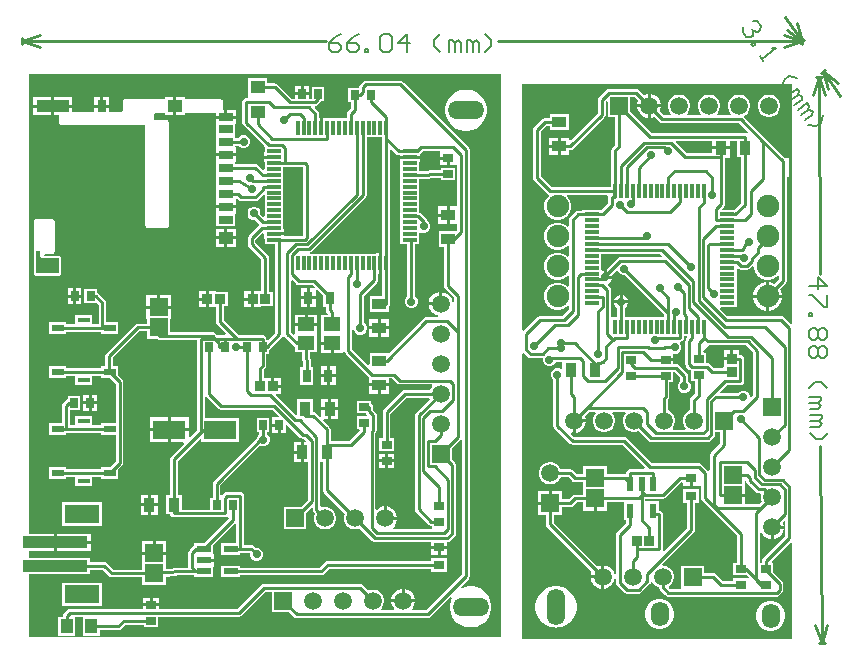
<source format=gbr>
G04*
G04 #@! TF.GenerationSoftware,Altium Limited,Altium Designer,22.4.2 (48)*
G04*
G04 Layer_Physical_Order=1*
G04 Layer_Color=255*
%FSLAX25Y25*%
%MOIN*%
G70*
G04*
G04 #@! TF.SameCoordinates,BE1E711C-C8E7-489F-BFDC-0012772F392D*
G04*
G04*
G04 #@! TF.FilePolarity,Positive*
G04*
G01*
G75*
%ADD12C,0.01000*%
%ADD13R,0.06127X0.06213*%
%ADD14R,0.04724X0.01181*%
%ADD15R,0.01181X0.04724*%
%ADD16R,0.03197X0.03666*%
%ADD17R,0.03543X0.03150*%
%ADD18R,0.02362X0.04724*%
%ADD19R,0.03197X0.02593*%
%ADD20R,0.04749X0.03765*%
%ADD21R,0.03666X0.03197*%
%ADD22R,0.03765X0.04749*%
%ADD23R,0.02977X0.04355*%
%ADD24R,0.21654X0.03937*%
%ADD25R,0.11811X0.06299*%
%ADD26R,0.04724X0.02756*%
%ADD27R,0.03150X0.03937*%
%ADD28R,0.04724X0.03937*%
%ADD29R,0.11024X0.03937*%
%ADD30C,0.04507*%
%ADD31R,0.04724X0.01181*%
%ADD32R,0.01181X0.04724*%
%ADD33R,0.05512X0.04528*%
%ADD34R,0.03937X0.02362*%
%ADD35R,0.03937X0.01772*%
%ADD36R,0.02593X0.03197*%
%ADD37R,0.04331X0.04724*%
%ADD38R,0.04724X0.02362*%
%ADD39R,0.04724X0.04331*%
%ADD40R,0.11024X0.06299*%
%ADD55C,0.00600*%
%ADD56R,0.05906X0.05906*%
%ADD57C,0.05906*%
%ADD58R,0.05906X0.05906*%
%ADD59C,0.07500*%
%ADD60C,0.07400*%
%ADD61O,0.06000X0.12205*%
%ADD62O,0.06000X0.08268*%
%ADD63O,0.12205X0.06000*%
%ADD64C,0.02756*%
G36*
X358866Y461338D02*
X360223D01*
Y446044D01*
X357821Y443642D01*
X353905D01*
X353698Y444142D01*
X354393Y444836D01*
X354677Y445262D01*
X354777Y445765D01*
Y461126D01*
X356347D01*
Y464000D01*
X353465D01*
X350582D01*
Y462813D01*
X341974D01*
X338362Y466425D01*
X338553Y466887D01*
X350582D01*
Y465000D01*
X353465D01*
X356347D01*
Y466887D01*
X358866D01*
Y461338D01*
D02*
G37*
G36*
X377187Y461356D02*
X376687Y461089D01*
X376502Y461213D01*
X376000Y461313D01*
X375498Y461213D01*
X375072Y460928D01*
X374713Y461244D01*
X368528Y467428D01*
X361308Y474648D01*
X361391Y475273D01*
X361796Y475507D01*
X362493Y476203D01*
X362985Y477056D01*
X363240Y478008D01*
Y478992D01*
X362985Y479944D01*
X362493Y480796D01*
X361796Y481493D01*
X360944Y481985D01*
X359992Y482240D01*
X359008D01*
X358056Y481985D01*
X357204Y481493D01*
X356507Y480796D01*
X356015Y479944D01*
X355760Y478992D01*
Y478008D01*
X356015Y477056D01*
X356507Y476203D01*
X356798Y475913D01*
X356591Y475413D01*
X352409D01*
X352202Y475913D01*
X352493Y476203D01*
X352985Y477056D01*
X353240Y478008D01*
Y478992D01*
X352985Y479944D01*
X352493Y480796D01*
X351797Y481493D01*
X350944Y481985D01*
X349992Y482240D01*
X349008D01*
X348056Y481985D01*
X347203Y481493D01*
X346507Y480796D01*
X346015Y479944D01*
X345760Y478992D01*
Y478008D01*
X346015Y477056D01*
X346507Y476203D01*
X346798Y475913D01*
X346591Y475413D01*
X342409D01*
X342202Y475913D01*
X342493Y476203D01*
X342985Y477056D01*
X343240Y478008D01*
Y478992D01*
X342985Y479944D01*
X342493Y480796D01*
X341796Y481493D01*
X340944Y481985D01*
X339992Y482240D01*
X339008D01*
X338056Y481985D01*
X337204Y481493D01*
X336507Y480796D01*
X336015Y479944D01*
X335760Y478992D01*
Y478008D01*
X336015Y477056D01*
X336507Y476203D01*
X336798Y475913D01*
X336591Y475413D01*
X334444D01*
X333073Y476783D01*
X333183Y476974D01*
X333453Y477980D01*
Y478000D01*
X330000D01*
Y474547D01*
X330020D01*
X331026Y474817D01*
X331217Y474927D01*
X332972Y473172D01*
X333398Y472887D01*
X333900Y472787D01*
X359456D01*
X362486Y469758D01*
X362167Y469369D01*
X362102Y469413D01*
X361600Y469513D01*
X330344D01*
X323240Y476616D01*
Y481487D01*
X324656D01*
X325927Y480217D01*
X325817Y480026D01*
X325547Y479020D01*
Y479000D01*
X329000D01*
Y482453D01*
X328980D01*
X327974Y482183D01*
X327783Y482073D01*
X326128Y483728D01*
X325702Y484013D01*
X325200Y484113D01*
X316000D01*
X315498Y484013D01*
X315072Y483728D01*
X312772Y481428D01*
X312487Y481002D01*
X312387Y480500D01*
Y476008D01*
X303336Y466957D01*
X302874Y467149D01*
Y467847D01*
X300000D01*
Y462082D01*
X302874D01*
Y463652D01*
X303200D01*
X303702Y463752D01*
X304128Y464036D01*
X314628Y474536D01*
X314913Y474962D01*
X315013Y475465D01*
Y479874D01*
X315272Y480080D01*
X315760Y479864D01*
Y474760D01*
X318187D01*
Y465408D01*
X317308Y464528D01*
X317023Y464102D01*
X316924Y463600D01*
Y453287D01*
X316858D01*
Y451513D01*
X297044D01*
X293513Y455044D01*
Y469956D01*
X295279Y471723D01*
X296338D01*
Y470366D01*
X302662D01*
Y475705D01*
X296338D01*
Y474348D01*
X294735D01*
X294233Y474248D01*
X293807Y473964D01*
X291272Y471428D01*
X290987Y471002D01*
X290887Y470500D01*
Y454500D01*
X290987Y453998D01*
X291272Y453572D01*
X295572Y449272D01*
X295937Y449028D01*
X295951Y449007D01*
X296024Y448726D01*
X296050Y448467D01*
X295369Y447786D01*
X294772Y446751D01*
X294463Y445597D01*
Y444403D01*
X294772Y443249D01*
X295369Y442214D01*
X296214Y441369D01*
X297249Y440772D01*
X298403Y440463D01*
X299597D01*
X300751Y440772D01*
X301786Y441369D01*
X302631Y442214D01*
X303228Y443249D01*
X303537Y444403D01*
Y445597D01*
X303228Y446751D01*
X302631Y447786D01*
X302029Y448387D01*
X302237Y448887D01*
X315413D01*
X315766Y448387D01*
X315722Y448165D01*
Y445842D01*
X313848Y443968D01*
X313512Y443642D01*
Y443642D01*
X313512Y443642D01*
X307213D01*
Y443576D01*
X305864D01*
X305362Y443476D01*
X304936Y443192D01*
X303172Y441428D01*
X302887Y441002D01*
X302787Y440500D01*
Y438337D01*
X302287Y438130D01*
X301786Y438631D01*
X300751Y439228D01*
X299597Y439537D01*
X298403D01*
X297249Y439228D01*
X296214Y438631D01*
X295369Y437786D01*
X294772Y436751D01*
X294463Y435597D01*
Y434403D01*
X294772Y433249D01*
X295369Y432214D01*
X296214Y431369D01*
X297249Y430772D01*
X298403Y430463D01*
X299597D01*
X300751Y430772D01*
X301786Y431369D01*
X302287Y431871D01*
X302787Y431663D01*
Y428337D01*
X302287Y428129D01*
X301786Y428631D01*
X300751Y429228D01*
X299597Y429537D01*
X298403D01*
X297249Y429228D01*
X296214Y428631D01*
X295369Y427786D01*
X294772Y426751D01*
X294463Y425597D01*
Y424403D01*
X294772Y423249D01*
X295369Y422214D01*
X296214Y421369D01*
X297249Y420772D01*
X298403Y420463D01*
X299597D01*
X300751Y420772D01*
X301786Y421369D01*
X302287Y421871D01*
X302787Y421663D01*
Y418337D01*
X302287Y418129D01*
X301786Y418631D01*
X300751Y419228D01*
X299597Y419537D01*
X298403D01*
X297249Y419228D01*
X296214Y418631D01*
X295369Y417786D01*
X294772Y416751D01*
X294463Y415597D01*
Y414403D01*
X294772Y413249D01*
X295369Y412214D01*
X296214Y411369D01*
X297249Y410772D01*
X298403Y410463D01*
X299597D01*
X300751Y410772D01*
X301786Y411369D01*
X302287Y411870D01*
X302787Y411663D01*
Y410544D01*
X300556Y408313D01*
X293100D01*
X292598Y408213D01*
X292172Y407928D01*
X287813Y403569D01*
X287313Y403768D01*
Y485687D01*
X377187D01*
Y461356D01*
D02*
G37*
G36*
X214187Y435128D02*
X207862D01*
Y435284D01*
X204500D01*
Y436284D01*
X207862D01*
Y437374D01*
X207650D01*
Y438343D01*
Y440311D01*
Y442280D01*
Y444248D01*
Y446217D01*
Y448185D01*
Y450154D01*
Y452122D01*
Y454091D01*
Y456059D01*
Y458028D01*
Y458093D01*
X214187D01*
Y435128D01*
D02*
G37*
G36*
X375926Y454859D02*
X376428Y454759D01*
X376687Y454811D01*
X377187Y454475D01*
Y405976D01*
X376687Y405769D01*
X374328Y408128D01*
X373902Y408413D01*
X373400Y408513D01*
X355644D01*
X353260Y410896D01*
X353451Y411358D01*
X358787D01*
Y423972D01*
X359287Y424182D01*
X359560Y424000D01*
X360062Y423900D01*
X362270D01*
X362773Y424000D01*
X363199Y424284D01*
X364001Y425086D01*
X364463Y424895D01*
Y424403D01*
X364772Y423249D01*
X365369Y422214D01*
X366214Y421369D01*
X367249Y420772D01*
X368403Y420463D01*
X369597D01*
X370751Y420772D01*
X371786Y421369D01*
X372287Y421871D01*
X372787Y421663D01*
Y420644D01*
X371300Y419157D01*
X370833Y419426D01*
X369625Y419750D01*
X369500D01*
Y415500D01*
X373750D01*
Y415625D01*
X373426Y416833D01*
X373157Y417300D01*
X375028Y419172D01*
X375313Y419598D01*
X375413Y420100D01*
Y454601D01*
X375913Y454868D01*
X375926Y454859D01*
D02*
G37*
G36*
X240589Y467441D02*
Y429303D01*
X240433D01*
Y425941D01*
Y422579D01*
X240589D01*
Y415205D01*
X236338D01*
Y409866D01*
X242662D01*
Y411495D01*
X242830Y411607D01*
X243114Y412033D01*
X243214Y412535D01*
Y422791D01*
X243280D01*
Y429091D01*
X243214D01*
Y463619D01*
X243676Y463810D01*
X245072Y462414D01*
X245498Y462130D01*
X246000Y462030D01*
X246413D01*
Y461874D01*
X249776D01*
X253138D01*
Y462407D01*
X253149Y462414D01*
X254101Y463366D01*
X259430D01*
X259901Y463297D01*
Y461500D01*
X262500D01*
Y461000D01*
X263000D01*
Y458703D01*
X265099D01*
Y458703D01*
X265587Y458676D01*
Y444918D01*
X263000D01*
Y442035D01*
Y439153D01*
X265587D01*
Y437008D01*
X265213Y436634D01*
X259338D01*
Y431295D01*
X261187D01*
Y418440D01*
X261287Y417938D01*
X261572Y417512D01*
X264428Y414656D01*
Y413180D01*
X263928Y413114D01*
X263683Y414026D01*
X263163Y414927D01*
X262427Y415663D01*
X261526Y416183D01*
X260520Y416453D01*
X260500D01*
Y412500D01*
X260000D01*
Y412000D01*
X256047D01*
Y411980D01*
X256317Y410974D01*
X256837Y410073D01*
X257573Y409337D01*
X258474Y408817D01*
X259236Y408613D01*
X259170Y408113D01*
X255300D01*
X254798Y408013D01*
X254372Y407728D01*
X243070Y396426D01*
X242662Y396205D01*
Y396205D01*
X242662Y396205D01*
X236338D01*
Y392271D01*
X235876Y392080D01*
X230613Y397344D01*
Y403682D01*
X231113Y403781D01*
X231364Y403173D01*
X231973Y402564D01*
X232769Y402235D01*
X233631D01*
X234427Y402564D01*
X235036Y403173D01*
X235365Y403969D01*
Y404831D01*
X235036Y405627D01*
X234513Y406150D01*
Y415155D01*
X238893Y419535D01*
X239177Y419961D01*
X239277Y420463D01*
Y422579D01*
X239433D01*
Y425941D01*
Y429303D01*
X238342D01*
Y429091D01*
X216650D01*
X216600Y429591D01*
X216659Y429602D01*
X217085Y429887D01*
X234956Y447758D01*
X235240Y448183D01*
X235340Y448686D01*
Y468067D01*
X240589D01*
Y467441D01*
D02*
G37*
G36*
X333835Y428575D02*
X333643Y428113D01*
X319953D01*
X319451Y428013D01*
X319025Y427728D01*
X315400Y424103D01*
Y421800D01*
X317267D01*
X317133Y422123D01*
X318673Y423663D01*
X319208Y423492D01*
X319464Y422873D01*
X320073Y422264D01*
X320869Y421935D01*
X321609D01*
X334622Y408922D01*
Y408012D01*
X321795D01*
Y408224D01*
X321517D01*
Y411070D01*
X321552Y411084D01*
X322221Y411753D01*
X322572Y412600D01*
X317838D01*
X318189Y411753D01*
X318858Y411084D01*
X318892Y411070D01*
Y408397D01*
X318708Y408224D01*
X318614D01*
Y408224D01*
X318166Y408012D01*
X316858D01*
X316824Y408498D01*
Y417088D01*
X316724Y417591D01*
X316440Y418016D01*
X315805Y418651D01*
X315903Y419141D01*
X316247Y419284D01*
X316916Y419953D01*
X317267Y420800D01*
X314900D01*
Y421300D01*
X314400D01*
Y423667D01*
X314012Y423506D01*
X313512Y423840D01*
Y429140D01*
X333269D01*
X333835Y428575D01*
D02*
G37*
G36*
X289072Y394772D02*
X289498Y394487D01*
X290000Y394387D01*
X293673D01*
X294016Y394329D01*
X294135Y393904D01*
Y393448D01*
X294464Y392652D01*
X295073Y392043D01*
X295869Y391713D01*
X296731D01*
X297527Y392043D01*
X298136Y392652D01*
X298357Y393187D01*
X300582D01*
Y390905D01*
X300082Y390726D01*
X299331Y391037D01*
X298469D01*
X297673Y390708D01*
X297064Y390099D01*
X296735Y389303D01*
Y388441D01*
X297064Y387645D01*
X297587Y387122D01*
Y371900D01*
X297687Y371398D01*
X297972Y370972D01*
X303072Y365872D01*
X303498Y365587D01*
X304000Y365487D01*
X320556D01*
X328069Y357975D01*
X327878Y357513D01*
X323260D01*
X322758Y357413D01*
X322332Y357128D01*
X322047Y356702D01*
X321947Y356200D01*
Y355983D01*
X321447Y355702D01*
X321386Y355714D01*
X315351D01*
Y358296D01*
X307649D01*
Y355714D01*
X305344D01*
X304130Y356928D01*
X303704Y357213D01*
X303202Y357313D01*
X300020D01*
X299985Y357444D01*
X299493Y358296D01*
X298797Y358993D01*
X297944Y359485D01*
X296992Y359740D01*
X296008D01*
X295056Y359485D01*
X294203Y358993D01*
X293507Y358296D01*
X293015Y357444D01*
X292760Y356492D01*
Y355508D01*
X293015Y354556D01*
X293507Y353703D01*
X294203Y353007D01*
X295056Y352515D01*
X296008Y352260D01*
X296992D01*
X297944Y352515D01*
X298797Y353007D01*
X299493Y353703D01*
X299985Y354556D01*
X300020Y354687D01*
X302658D01*
X303872Y353474D01*
X304298Y353189D01*
X304800Y353089D01*
X307649D01*
Y351705D01*
X307437D01*
Y348911D01*
X304800D01*
X304298Y348811D01*
X303872Y348526D01*
X302658Y347313D01*
X300453D01*
Y349953D01*
X297000D01*
Y346000D01*
X296500D01*
Y345500D01*
X292547D01*
Y342047D01*
X295187D01*
Y339000D01*
X295287Y338498D01*
X295572Y338072D01*
X310427Y323217D01*
X310317Y323026D01*
X310047Y322020D01*
Y322000D01*
X313500D01*
Y325453D01*
X313480D01*
X312474Y325183D01*
X312283Y325073D01*
X297813Y339544D01*
Y342047D01*
X300453D01*
Y344687D01*
X303202D01*
X303704Y344787D01*
X304130Y345072D01*
X305344Y346286D01*
X307437D01*
Y343492D01*
X311000D01*
Y347598D01*
X312000D01*
Y343492D01*
X315563D01*
Y346286D01*
X321291D01*
Y340323D01*
X321947D01*
Y339444D01*
X318772Y336268D01*
X318487Y335842D01*
X318387Y335340D01*
Y322330D01*
X317887Y322264D01*
X317683Y323026D01*
X317163Y323927D01*
X316427Y324663D01*
X315526Y325183D01*
X314520Y325453D01*
X314500D01*
Y321500D01*
Y317547D01*
X314520D01*
X315526Y317817D01*
X316427Y318337D01*
X317163Y319073D01*
X317683Y319974D01*
X317887Y320736D01*
X318387Y320670D01*
Y319500D01*
X318487Y318998D01*
X318772Y318572D01*
X321072Y316272D01*
X321498Y315987D01*
X322000Y315887D01*
X326000D01*
X326502Y315987D01*
X326928Y316272D01*
X329728Y319072D01*
X330013Y319498D01*
X330079Y319829D01*
X330603Y319904D01*
X331007Y319203D01*
X331703Y318507D01*
X332556Y318015D01*
X332713Y317973D01*
X332787Y317598D01*
X333072Y317172D01*
X334972Y315272D01*
X335398Y314987D01*
X335900Y314887D01*
X372000D01*
X372502Y314987D01*
X372928Y315272D01*
X373928Y316272D01*
X374213Y316698D01*
X374313Y317200D01*
Y319200D01*
X374213Y319702D01*
X373928Y320128D01*
X370886Y323170D01*
Y326248D01*
X370558D01*
X370367Y326710D01*
X376725Y333069D01*
X377187Y332878D01*
Y300813D01*
X287313D01*
Y395832D01*
X287813Y396031D01*
X289072Y394772D01*
D02*
G37*
G36*
X211872Y419172D02*
X212298Y418887D01*
X212800Y418787D01*
X217398D01*
X218008Y418178D01*
X217801Y417678D01*
X216358D01*
Y415000D01*
X218347D01*
Y417132D01*
X218847Y417339D01*
X220866Y415320D01*
Y411535D01*
X221829D01*
Y410389D01*
X221929Y409887D01*
X222214Y409461D01*
X222474Y409201D01*
X222411Y408701D01*
X220287D01*
Y402614D01*
X220075D01*
Y399850D01*
X223831D01*
Y399350D01*
X224331D01*
Y396087D01*
X227587D01*
Y396252D01*
X228086Y396302D01*
X228087Y396298D01*
X228372Y395872D01*
X236126Y388118D01*
Y385965D01*
X239500D01*
X242874D01*
Y387587D01*
X243856D01*
X245472Y385972D01*
X245898Y385687D01*
X246400Y385587D01*
X257091D01*
X257298Y385087D01*
X257007Y384797D01*
X256515Y383944D01*
X256480Y383813D01*
X248170D01*
X247668Y383713D01*
X247242Y383428D01*
X241072Y377258D01*
X240787Y376832D01*
X240687Y376330D01*
Y367584D01*
X239614D01*
Y363416D01*
X244386D01*
Y367584D01*
X243313D01*
Y375786D01*
X248714Y381187D01*
X256124D01*
X256331Y380687D01*
X251832Y376188D01*
X251547Y375762D01*
X251447Y375260D01*
Y344000D01*
X251547Y343498D01*
X251832Y343072D01*
X255996Y338908D01*
X256422Y338623D01*
X256924Y338523D01*
X257114D01*
Y337752D01*
X256754Y337413D01*
X244110D01*
X244003Y337913D01*
X244663Y338573D01*
X245183Y339474D01*
X245453Y340480D01*
Y340500D01*
X241500D01*
Y341000D01*
X241000D01*
Y344953D01*
X240980D01*
X239974Y344683D01*
X239073Y344163D01*
X238813Y343903D01*
X238313Y344110D01*
Y369370D01*
X238314Y369372D01*
X238599Y369798D01*
X238699Y370300D01*
Y375500D01*
X238599Y376002D01*
X238314Y376428D01*
X237513Y377230D01*
Y378164D01*
X237413Y378666D01*
X237128Y379092D01*
X236886Y379254D01*
Y380248D01*
X232114D01*
Y376080D01*
X235057D01*
X235272Y375758D01*
X235610Y375420D01*
X235403Y374920D01*
X232114D01*
Y370752D01*
X232788D01*
X232995Y370252D01*
X229556Y366813D01*
X223348D01*
Y370604D01*
X223248Y371106D01*
X222964Y371532D01*
X220832Y373664D01*
X221023Y374126D01*
X222535D01*
Y377000D01*
X220153D01*
Y374996D01*
X219691Y374804D01*
X218406Y376090D01*
X217980Y376374D01*
X217634Y376443D01*
Y380662D01*
X212295D01*
Y375468D01*
X211795Y375261D01*
X205117Y381939D01*
X205308Y382401D01*
X206961D01*
Y384500D01*
X204128D01*
Y385000D01*
X203628D01*
Y387599D01*
X201295D01*
X201185Y388053D01*
Y390556D01*
X201592Y390964D01*
X201877Y391390D01*
X201977Y391892D01*
Y395614D01*
X202748D01*
Y396952D01*
X202928Y397072D01*
X207228Y401372D01*
X207350Y401553D01*
X207939Y401572D01*
X207972Y401522D01*
X211072Y398422D01*
X211498Y398138D01*
X211626Y398112D01*
Y396299D01*
X213857D01*
Y393989D01*
X213956Y393487D01*
X214046Y393353D01*
Y391465D01*
X213082D01*
Y385535D01*
X217634D01*
Y391465D01*
X216671D01*
Y393800D01*
X216571Y394302D01*
X216482Y394436D01*
Y396299D01*
X218712D01*
Y402386D01*
X218925D01*
Y405150D01*
X211413D01*
Y402500D01*
X210979Y402228D01*
X210213Y402994D01*
Y420178D01*
X210675Y420369D01*
X211872Y419172D01*
D02*
G37*
G36*
X342256Y401213D02*
X341972Y400928D01*
X341687Y400502D01*
X341587Y400000D01*
Y392500D01*
X341687Y391998D01*
X341972Y391572D01*
X342972Y390572D01*
X343398Y390287D01*
X343614Y390244D01*
Y386752D01*
X344687D01*
Y382444D01*
X343572Y381328D01*
X343287Y380902D01*
X343187Y380400D01*
Y377020D01*
X343056Y376985D01*
X342203Y376493D01*
X341507Y375797D01*
X341015Y374944D01*
X340760Y373992D01*
Y373008D01*
X341015Y372056D01*
X341507Y371203D01*
X341676Y371034D01*
X341485Y370572D01*
X337515D01*
X337324Y371034D01*
X337493Y371203D01*
X337985Y372056D01*
X338240Y373008D01*
Y373992D01*
X337985Y374944D01*
X337493Y375797D01*
X336796Y376493D01*
X335944Y376985D01*
X335813Y377020D01*
Y380456D01*
X335928Y380572D01*
X336213Y380998D01*
X336313Y381500D01*
Y386416D01*
X337386D01*
Y389887D01*
X337956D01*
X339887Y387956D01*
Y386750D01*
X339364Y386227D01*
X339035Y385431D01*
Y384569D01*
X339364Y383773D01*
X339973Y383164D01*
X340769Y382835D01*
X341631D01*
X342427Y383164D01*
X343036Y383773D01*
X343365Y384569D01*
Y385431D01*
X343036Y386227D01*
X342513Y386750D01*
Y388500D01*
X342413Y389002D01*
X342128Y389428D01*
X339428Y392128D01*
X339002Y392413D01*
X338500Y392513D01*
X337599D01*
Y393328D01*
X335000D01*
Y394328D01*
X337599D01*
Y395788D01*
X337669Y395835D01*
X338531D01*
X339327Y396164D01*
X339936Y396773D01*
X340265Y397569D01*
Y398431D01*
X339936Y399227D01*
X339775Y399387D01*
X339844Y399687D01*
X339967Y399903D01*
X340392Y399987D01*
X340818Y400272D01*
X341103Y400698D01*
X341202Y401200D01*
Y401713D01*
X342049D01*
X342256Y401213D01*
D02*
G37*
G36*
X364253Y396191D02*
Y382044D01*
X363565Y381356D01*
X363065Y381563D01*
Y381831D01*
X362736Y382627D01*
X362127Y383236D01*
X361331Y383565D01*
X360469D01*
X359673Y383236D01*
X359150Y382713D01*
X353322D01*
X353131Y383175D01*
X355395Y385439D01*
X359900D01*
X360402Y385539D01*
X360828Y385823D01*
X361113Y386249D01*
X361213Y386752D01*
Y394128D01*
X361113Y394630D01*
X360828Y395056D01*
X360402Y395341D01*
X359900Y395441D01*
X359599D01*
Y396961D01*
X357500D01*
Y394128D01*
X357000D01*
Y393628D01*
X354401D01*
Y391295D01*
X353947Y391185D01*
X351072D01*
X349828Y392428D01*
X349402Y392713D01*
X348900Y392813D01*
X348386D01*
Y396248D01*
X347712D01*
X347505Y396748D01*
X349409Y398653D01*
X361791D01*
X364253Y396191D01*
D02*
G37*
G36*
X321736Y376025D02*
X321507Y375797D01*
X321015Y374944D01*
X320760Y373992D01*
Y373008D01*
X321015Y372056D01*
X321507Y371203D01*
X322203Y370507D01*
X323056Y370015D01*
X324008Y369760D01*
X324992D01*
X325944Y370015D01*
X326061Y370083D01*
X329312Y366832D01*
X329738Y366547D01*
X330240Y366447D01*
X349000D01*
X349502Y366547D01*
X349928Y366832D01*
X351168Y368072D01*
X351453Y368498D01*
X351553Y369000D01*
Y369760D01*
X353187D01*
Y365944D01*
X350072Y362828D01*
X349787Y362402D01*
X349687Y361900D01*
Y357045D01*
X349223Y356736D01*
X349187Y356740D01*
X348928Y357128D01*
X346928Y359128D01*
X346502Y359413D01*
X346000Y359513D01*
X330244D01*
X322028Y367728D01*
X321602Y368013D01*
X321100Y368113D01*
X304544D01*
X303498Y369159D01*
X303756Y369607D01*
X303980Y369547D01*
X304000D01*
Y373500D01*
X304500D01*
Y374000D01*
X308453D01*
Y374020D01*
X308183Y375026D01*
X308073Y375217D01*
X309344Y376487D01*
X311545D01*
X311736Y376025D01*
X311507Y375797D01*
X311015Y374944D01*
X310760Y373992D01*
Y373008D01*
X311015Y372056D01*
X311507Y371203D01*
X312204Y370507D01*
X313056Y370015D01*
X314008Y369760D01*
X314992D01*
X315944Y370015D01*
X316796Y370507D01*
X317493Y371203D01*
X317985Y372056D01*
X318240Y373008D01*
Y373992D01*
X317985Y374944D01*
X317493Y375797D01*
X317264Y376025D01*
X317455Y376487D01*
X321545D01*
X321736Y376025D01*
D02*
G37*
G36*
X344000Y351878D02*
X346272D01*
X346687Y351675D01*
Y347900D01*
X346787Y347398D01*
X347072Y346972D01*
X358687Y335356D01*
Y326248D01*
X357614D01*
Y322080D01*
X361899D01*
X362682Y321297D01*
X362352Y320920D01*
X357614D01*
Y320148D01*
X353944D01*
X351664Y322428D01*
X351238Y322713D01*
X350736Y322813D01*
X347740D01*
Y325240D01*
X340260D01*
Y317760D01*
X339862Y317513D01*
X336444D01*
X336050Y317907D01*
X336115Y318402D01*
X336297Y318507D01*
X336993Y319203D01*
X337485Y320056D01*
X337740Y321008D01*
Y321992D01*
X337485Y322944D01*
X336993Y323797D01*
X336297Y324493D01*
X335444Y324985D01*
X334492Y325240D01*
X334104D01*
X333896Y325740D01*
X344428Y336272D01*
X344713Y336698D01*
X344813Y337200D01*
Y346185D01*
X346059D01*
Y350909D01*
X340941D01*
Y346185D01*
X342187D01*
Y337744D01*
X334518Y330074D01*
X334057Y330320D01*
X334113Y330600D01*
Y342300D01*
X334013Y342802D01*
X333728Y343228D01*
X333302Y343513D01*
X332800Y343613D01*
X332709D01*
Y346622D01*
X328772D01*
Y346622D01*
X328313Y346721D01*
Y347487D01*
X334200D01*
X334702Y347587D01*
X335128Y347872D01*
X340228Y352972D01*
X340728Y352765D01*
Y351878D01*
X343000D01*
Y354453D01*
X344000D01*
Y351878D01*
D02*
G37*
G36*
X361905Y353474D02*
X361987Y353058D01*
X362272Y352632D01*
X365072Y349832D01*
X365498Y349547D01*
X366000Y349447D01*
X366498D01*
X366882Y348947D01*
X366760Y348492D01*
Y347508D01*
X367015Y346556D01*
X367083Y346439D01*
X366256Y345613D01*
X361563D01*
Y348196D01*
X357500D01*
Y349196D01*
X361563D01*
Y352803D01*
X361351D01*
Y353263D01*
X361399Y353320D01*
X361851Y353519D01*
X361905Y353474D01*
D02*
G37*
G36*
X374987Y339978D02*
Y335044D01*
X367572Y327628D01*
X367287Y327202D01*
X367187Y326700D01*
Y326248D01*
X366513D01*
Y336001D01*
X367013Y336135D01*
X367337Y335573D01*
X368073Y334837D01*
X368974Y334317D01*
X369980Y334047D01*
X370000D01*
Y338000D01*
X370500D01*
Y338500D01*
X374453D01*
Y338520D01*
X374183Y339526D01*
X374073Y339717D01*
X374525Y340169D01*
X374987Y339978D01*
D02*
G37*
G36*
X280187Y379500D02*
Y301313D01*
X122813D01*
Y322307D01*
X143256D01*
Y323750D01*
X147356D01*
X149437Y321670D01*
X149863Y321386D01*
X150365Y321286D01*
X160649D01*
Y318704D01*
X168351D01*
Y321579D01*
X173112Y321947D01*
X177850D01*
Y321291D01*
X184150D01*
Y324819D01*
X184362D01*
Y326500D01*
X181000D01*
Y327500D01*
X184362D01*
Y329181D01*
X184150D01*
Y332033D01*
X191487Y339371D01*
X191901Y339248D01*
X191987Y339185D01*
Y332709D01*
X186906D01*
Y328772D01*
X193205D01*
Y329428D01*
X196416D01*
X196535Y329309D01*
Y328569D01*
X196864Y327773D01*
X197473Y327164D01*
X198269Y326835D01*
X199131D01*
X199927Y327164D01*
X200536Y327773D01*
X200865Y328569D01*
Y329431D01*
X200536Y330227D01*
X199927Y330836D01*
X199131Y331165D01*
X198391D01*
X197888Y331668D01*
X197462Y331953D01*
X196960Y332053D01*
X194613D01*
Y348500D01*
X194513Y349002D01*
X194228Y349428D01*
X193802Y349713D01*
X193300Y349813D01*
X188900D01*
X188398Y349713D01*
X187972Y349428D01*
X187148Y348605D01*
X186846Y348670D01*
X186648Y348795D01*
Y351921D01*
X199951Y365223D01*
X200405Y365035D01*
X201267D01*
X202062Y365364D01*
X202672Y365973D01*
X203001Y366769D01*
Y367631D01*
X202672Y368427D01*
X202148Y368950D01*
Y369614D01*
X202920D01*
Y374386D01*
X198752D01*
Y369614D01*
X199523D01*
Y368950D01*
X199000Y368427D01*
X198688Y367672D01*
X184408Y353392D01*
X184123Y352966D01*
X184023Y352464D01*
Y347886D01*
X183252D01*
Y343913D01*
X173705D01*
Y348662D01*
X172348D01*
Y360092D01*
X179703Y367447D01*
X180165Y367256D01*
Y366563D01*
X192764D01*
Y374437D01*
X181513D01*
Y381280D01*
X181599Y381344D01*
X182013Y381467D01*
X185908Y377572D01*
X186334Y377287D01*
X186836Y377187D01*
X203944D01*
X206071Y375061D01*
X205880Y374599D01*
X203868D01*
Y372500D01*
X206164D01*
Y372000D01*
X206664D01*
Y369401D01*
X208461D01*
Y372018D01*
X208923Y372209D01*
X213260Y367872D01*
X213686Y367587D01*
X214188Y367487D01*
X214453D01*
X215104Y366836D01*
X214912Y366374D01*
X214465D01*
Y363000D01*
Y359626D01*
X215822D01*
Y347178D01*
X213384Y344740D01*
X207760D01*
Y337260D01*
X215240D01*
Y342884D01*
X216860Y344503D01*
X217322Y344312D01*
Y343866D01*
X217422Y343363D01*
X217706Y342937D01*
X218083Y342561D01*
X218015Y342444D01*
X217760Y341492D01*
Y340508D01*
X218015Y339556D01*
X218507Y338703D01*
X219203Y338007D01*
X220056Y337515D01*
X221008Y337260D01*
X221992D01*
X222944Y337515D01*
X223797Y338007D01*
X224493Y338703D01*
X224985Y339556D01*
X225240Y340508D01*
Y341492D01*
X224985Y342444D01*
X224493Y343297D01*
X223797Y343993D01*
X222944Y344485D01*
X221992Y344740D01*
X221008D01*
X220447Y344590D01*
X219947Y344974D01*
Y359838D01*
X220723D01*
Y350465D01*
X220823Y349962D01*
X221107Y349536D01*
X228083Y342561D01*
X228015Y342444D01*
X227760Y341492D01*
Y340508D01*
X228015Y339556D01*
X228507Y338703D01*
X229204Y338007D01*
X230056Y337515D01*
X231008Y337260D01*
X231992D01*
X232944Y337515D01*
X233061Y337583D01*
X237272Y333372D01*
X237698Y333087D01*
X238200Y332987D01*
X256728D01*
Y331906D01*
X259500D01*
X262272D01*
Y332987D01*
X262300D01*
X262802Y333087D01*
X263228Y333372D01*
X264828Y334972D01*
X265113Y335398D01*
X265213Y335900D01*
Y358600D01*
X265113Y359102D01*
X264828Y359528D01*
X263740Y360616D01*
Y364384D01*
X266587Y367231D01*
X266904Y367159D01*
X267087Y367039D01*
Y322144D01*
X255256Y310313D01*
X250610D01*
X250403Y310813D01*
X250663Y311073D01*
X251183Y311974D01*
X251453Y312980D01*
Y313000D01*
X243547D01*
Y312980D01*
X243817Y311974D01*
X244337Y311073D01*
X244597Y310813D01*
X244390Y310313D01*
X240309D01*
X240102Y310813D01*
X240493Y311204D01*
X240985Y312056D01*
X241240Y313008D01*
Y313992D01*
X240985Y314944D01*
X240493Y315796D01*
X239796Y316493D01*
X238944Y316985D01*
X237992Y317240D01*
X237008D01*
X236056Y316985D01*
X235939Y316917D01*
X234128Y318728D01*
X233702Y319013D01*
X233200Y319113D01*
X201000D01*
X200498Y319013D01*
X200072Y318728D01*
X192156Y310813D01*
X166099D01*
Y311664D01*
X163500D01*
X160901D01*
Y310813D01*
X136366D01*
X135864Y310713D01*
X135438Y310428D01*
X134438Y309428D01*
X134153Y309002D01*
X134054Y308500D01*
Y308150D01*
X132413D01*
Y301850D01*
X138319D01*
Y308150D01*
X138803Y308187D01*
X140197D01*
X140681Y308150D01*
Y301850D01*
X146587D01*
Y303687D01*
X152600D01*
X153102Y303787D01*
X153528Y304072D01*
X154980Y305523D01*
X161114D01*
Y304752D01*
X165886D01*
Y308187D01*
X192700D01*
X193202Y308287D01*
X193628Y308572D01*
X201544Y316487D01*
X203760D01*
Y309760D01*
X209384D01*
X211072Y308072D01*
X211498Y307787D01*
X212000Y307687D01*
X255800D01*
X256302Y307787D01*
X256728Y308072D01*
X263306Y314650D01*
X263730Y314367D01*
X263375Y313510D01*
X263110Y312179D01*
Y311748D01*
X263078Y311500D01*
X263110Y311252D01*
Y310821D01*
X263375Y309490D01*
X263894Y308237D01*
X264648Y307108D01*
X265608Y306148D01*
X266737Y305394D01*
X267990Y304875D01*
X269321Y304610D01*
X270679D01*
X272010Y304875D01*
X273264Y305394D01*
X274392Y306148D01*
X275352Y307108D01*
X276106Y308237D01*
X276625Y309490D01*
X276890Y310821D01*
Y311252D01*
X276922Y311500D01*
X276890Y311748D01*
Y312179D01*
X276625Y313510D01*
X276106Y314763D01*
X275352Y315892D01*
X274392Y316852D01*
X273264Y317606D01*
X272010Y318125D01*
X270679Y318390D01*
X269321D01*
X267990Y318125D01*
X267133Y317770D01*
X266850Y318194D01*
X269328Y320672D01*
X269613Y321098D01*
X269713Y321600D01*
Y463800D01*
X269613Y464302D01*
X269328Y464728D01*
X247528Y486528D01*
X247102Y486813D01*
X246600Y486913D01*
X235000D01*
X234498Y486813D01*
X234072Y486528D01*
X233072Y485528D01*
X232787Y485102D01*
X232687Y484600D01*
Y484386D01*
X229252D01*
Y479614D01*
X230023D01*
Y477689D01*
X229162Y476828D01*
X228878Y476402D01*
X228778Y475900D01*
Y474366D01*
X221838D01*
Y474579D01*
X220748D01*
Y471217D01*
X219748D01*
Y474579D01*
X219592D01*
Y475820D01*
X219492Y476323D01*
X219208Y476749D01*
X218149Y477807D01*
X218314Y478350D01*
X218502Y478387D01*
X218928Y478672D01*
X220092Y479836D01*
X220278Y480114D01*
X221248D01*
Y484886D01*
X217080D01*
Y480913D01*
X216132D01*
Y482000D01*
X213836D01*
X211539D01*
Y480913D01*
X210378D01*
X205728Y485562D01*
X205302Y485847D01*
X204800Y485946D01*
X202150D01*
Y487586D01*
X195850D01*
Y481681D01*
X195850D01*
X195774Y481213D01*
X195300D01*
X194798Y481113D01*
X194372Y480828D01*
X194087Y480402D01*
X193987Y479900D01*
Y472900D01*
X194087Y472398D01*
X194372Y471972D01*
X201180Y465164D01*
X201350Y464720D01*
X201350D01*
X201350Y464720D01*
Y462964D01*
X201138D01*
Y461874D01*
X204500D01*
Y460874D01*
X201138D01*
Y459783D01*
X201350D01*
Y457411D01*
X200850Y457203D01*
X199228Y458826D01*
X198802Y459110D01*
X198300Y459210D01*
X191547D01*
Y459851D01*
X191760D01*
Y461728D01*
X188398D01*
X185035D01*
Y459851D01*
X185248D01*
Y455732D01*
Y451902D01*
X185248Y451402D01*
X185248D01*
Y451402D01*
X185248D01*
Y447284D01*
X185035D01*
Y445406D01*
X188398D01*
X191760D01*
Y447284D01*
X191770Y447303D01*
X192377Y447403D01*
X192608Y447172D01*
X193034Y446887D01*
X193536Y446787D01*
X198300D01*
X198802Y446887D01*
X199228Y447172D01*
X200888Y448832D01*
X201350Y448641D01*
Y446217D01*
Y441734D01*
X200850Y441527D01*
X199986Y442391D01*
Y443131D01*
X199656Y443927D01*
X199047Y444536D01*
X198251Y444865D01*
X197390D01*
X196594Y444536D01*
X195985Y443927D01*
X195655Y443131D01*
Y442269D01*
X195985Y441473D01*
X196594Y440864D01*
X197390Y440535D01*
X198130D01*
X199441Y439223D01*
X199529Y438680D01*
X196072Y435223D01*
X195787Y434797D01*
X195687Y434295D01*
Y432295D01*
X195787Y431793D01*
X196072Y431367D01*
X200315Y427123D01*
Y417053D01*
X200205Y416599D01*
X197872D01*
Y414000D01*
Y411401D01*
X200205D01*
Y411614D01*
X204248D01*
Y416386D01*
X202941D01*
Y427667D01*
X202841Y428169D01*
X202556Y428595D01*
X198313Y432839D01*
Y433751D01*
X200638Y436076D01*
X201138Y435869D01*
Y434193D01*
X201350D01*
Y432437D01*
X204987D01*
Y402844D01*
X202530Y400386D01*
X201977D01*
Y400900D01*
X201877Y401402D01*
X201592Y401828D01*
X201167Y402113D01*
X200664Y402213D01*
X192644D01*
X187813Y407044D01*
Y411614D01*
X189120D01*
Y416386D01*
X185077D01*
Y416599D01*
X182744D01*
Y414000D01*
Y411401D01*
X185077D01*
X185187Y410947D01*
Y406500D01*
X185287Y405998D01*
X185572Y405572D01*
X188469Y402675D01*
X188278Y402213D01*
X185444D01*
X184928Y402728D01*
X184502Y403013D01*
X184000Y403113D01*
X169851D01*
Y407295D01*
X170063D01*
Y410902D01*
X166000D01*
X161937D01*
Y407295D01*
X162149D01*
Y405911D01*
X159100D01*
X158598Y405811D01*
X158172Y405526D01*
X148672Y396026D01*
X148387Y395601D01*
X148287Y395098D01*
Y391685D01*
X146906D01*
Y391029D01*
X135094D01*
Y391685D01*
X129583D01*
Y387748D01*
X135094D01*
Y388404D01*
X138244D01*
Y385386D01*
X143756D01*
Y388404D01*
X146906D01*
Y387748D01*
X149774D01*
X151687Y385834D01*
Y372752D01*
X146906D01*
Y372096D01*
X143756D01*
Y375114D01*
X138244D01*
Y372096D01*
X136413D01*
Y377114D01*
X139920D01*
Y381886D01*
X135752D01*
Y380743D01*
X135598Y380713D01*
X135172Y380428D01*
X134172Y379428D01*
X133887Y379002D01*
X133787Y378500D01*
Y372752D01*
X129583D01*
Y368815D01*
X135094D01*
Y369471D01*
X146906D01*
Y368815D01*
X151687D01*
Y360099D01*
X149774Y358185D01*
X146906D01*
Y357529D01*
X135094D01*
Y358185D01*
X129583D01*
Y354248D01*
X135094D01*
Y354904D01*
X138244D01*
Y351886D01*
X143756D01*
Y354904D01*
X146906D01*
Y354248D01*
X152417D01*
Y357116D01*
X153928Y358627D01*
X154213Y359053D01*
X154313Y359555D01*
Y386378D01*
X154213Y386880D01*
X153928Y387306D01*
X152417Y388817D01*
Y391685D01*
X150913D01*
Y394554D01*
X159644Y403286D01*
X162149D01*
Y400704D01*
X165322D01*
X165498Y400587D01*
X166000Y400487D01*
X178887D01*
Y370500D01*
X178913Y370370D01*
X176509Y367966D01*
X176047Y368157D01*
Y370000D01*
X170035D01*
Y366350D01*
X174241D01*
X174432Y365889D01*
X170107Y361564D01*
X169823Y361138D01*
X169723Y360635D01*
Y348662D01*
X168366D01*
Y342338D01*
X169775D01*
X169823Y342098D01*
X170107Y341672D01*
X170533Y341387D01*
X171035Y341287D01*
X188000D01*
X188502Y341387D01*
X188852Y341621D01*
X189147Y341534D01*
X189311Y341431D01*
X189342Y340939D01*
X181112Y332709D01*
X177850D01*
Y331828D01*
X177612Y331668D01*
X176372Y330428D01*
X176087Y330002D01*
X175987Y329500D01*
Y324572D01*
X173062D01*
X173011Y324562D01*
X172960Y324569D01*
X168718Y324241D01*
X168351Y324580D01*
Y325295D01*
X168563D01*
Y328902D01*
X164500D01*
X160437D01*
Y325295D01*
X160649D01*
Y323911D01*
X150909D01*
X148828Y325991D01*
X148402Y326276D01*
X147900Y326376D01*
X143256D01*
Y327819D01*
X122813D01*
Y329969D01*
X131142D01*
Y332937D01*
Y335906D01*
X122813D01*
Y489187D01*
X280187D01*
Y379500D01*
D02*
G37*
%LPC*%
G36*
X330020Y482453D02*
X330000D01*
Y479000D01*
X333453D01*
Y479020D01*
X333183Y480026D01*
X332663Y480927D01*
X331927Y481663D01*
X331026Y482183D01*
X330020Y482453D01*
D02*
G37*
G36*
X369992Y482240D02*
X369008D01*
X368056Y481985D01*
X367203Y481493D01*
X366507Y480796D01*
X366015Y479944D01*
X365760Y478992D01*
Y478008D01*
X366015Y477056D01*
X366507Y476203D01*
X367203Y475507D01*
X368056Y475015D01*
X369008Y474760D01*
X369992D01*
X370944Y475015D01*
X371796Y475507D01*
X372493Y476203D01*
X372985Y477056D01*
X373240Y478008D01*
Y478992D01*
X372985Y479944D01*
X372493Y480796D01*
X371796Y481493D01*
X370944Y481985D01*
X369992Y482240D01*
D02*
G37*
G36*
X329000Y478000D02*
X325547D01*
Y477980D01*
X325817Y476974D01*
X326337Y476073D01*
X327073Y475337D01*
X327974Y474817D01*
X328980Y474547D01*
X329000D01*
Y478000D01*
D02*
G37*
G36*
X299000Y467847D02*
X296126D01*
Y465465D01*
X299000D01*
Y467847D01*
D02*
G37*
G36*
Y464465D02*
X296126D01*
Y462082D01*
X299000D01*
Y464465D01*
D02*
G37*
G36*
X368500Y419750D02*
X368375D01*
X367167Y419426D01*
X366083Y418801D01*
X365199Y417917D01*
X364574Y416833D01*
X364250Y415625D01*
Y415500D01*
X368500D01*
Y419750D01*
D02*
G37*
G36*
X373750Y414500D02*
X369500D01*
Y410250D01*
X369625D01*
X370833Y410574D01*
X371917Y411199D01*
X372801Y412083D01*
X373426Y413167D01*
X373750Y414375D01*
Y414500D01*
D02*
G37*
G36*
X368500D02*
X364250D01*
Y414375D01*
X364574Y413167D01*
X365199Y412083D01*
X366083Y411199D01*
X367167Y410574D01*
X368375Y410250D01*
X368500D01*
Y414500D01*
D02*
G37*
G36*
X262000Y460500D02*
X259901D01*
Y458703D01*
X262000D01*
Y460500D01*
D02*
G37*
G36*
X253138Y460874D02*
X249776D01*
X246413D01*
Y459783D01*
X246626D01*
Y456059D01*
Y452122D01*
Y448185D01*
Y444248D01*
Y440311D01*
Y436374D01*
Y432437D01*
X248987D01*
Y414950D01*
X248464Y414427D01*
X248135Y413631D01*
Y412769D01*
X248464Y411973D01*
X249073Y411364D01*
X249869Y411035D01*
X250731D01*
X251527Y411364D01*
X252136Y411973D01*
X252465Y412769D01*
Y413631D01*
X252136Y414427D01*
X251613Y414950D01*
Y432437D01*
X252925D01*
Y436059D01*
X253425Y436360D01*
X253969Y436135D01*
X254831D01*
X255627Y436464D01*
X256236Y437073D01*
X256565Y437869D01*
Y438731D01*
X256236Y439527D01*
X255676Y440087D01*
X255613Y440402D01*
X255328Y440828D01*
X253539Y442617D01*
X253113Y442902D01*
X252925Y442939D01*
Y446217D01*
Y450154D01*
Y454156D01*
X256000D01*
X256502Y454256D01*
X256657Y454359D01*
X260114D01*
Y453587D01*
X264886D01*
Y457756D01*
X260114D01*
Y456984D01*
X256203D01*
X255701Y456884D01*
X255546Y456781D01*
X252925D01*
Y459783D01*
X253138D01*
Y460874D01*
D02*
G37*
G36*
X262000Y444918D02*
X259126D01*
Y442535D01*
X262000D01*
Y444918D01*
D02*
G37*
G36*
Y441535D02*
X259126D01*
Y439153D01*
X262000D01*
Y441535D01*
D02*
G37*
G36*
X259500Y416453D02*
X259480D01*
X258474Y416183D01*
X257573Y415663D01*
X256837Y414927D01*
X256317Y414026D01*
X256047Y413020D01*
Y413000D01*
X259500D01*
Y416453D01*
D02*
G37*
G36*
X242874Y407347D02*
X240000D01*
Y404965D01*
X242874D01*
Y407347D01*
D02*
G37*
G36*
X239000D02*
X236126D01*
Y404965D01*
X239000D01*
Y407347D01*
D02*
G37*
G36*
X242874Y403965D02*
X240000D01*
Y401582D01*
X242874D01*
Y403965D01*
D02*
G37*
G36*
X239000D02*
X236126D01*
Y401582D01*
X239000D01*
Y403965D01*
D02*
G37*
G36*
X320705Y415467D02*
Y413600D01*
X322572D01*
X322221Y414447D01*
X321552Y415116D01*
X320705Y415467D01*
D02*
G37*
G36*
X319705D02*
X318858Y415116D01*
X318189Y414447D01*
X317838Y413600D01*
X319705D01*
Y415467D01*
D02*
G37*
G36*
X296000Y349953D02*
X292547D01*
Y346500D01*
X296000D01*
Y349953D01*
D02*
G37*
G36*
X313500Y321000D02*
X310047D01*
Y320980D01*
X310317Y319974D01*
X310837Y319073D01*
X311573Y318337D01*
X312474Y317817D01*
X313480Y317547D01*
X313500D01*
Y321000D01*
D02*
G37*
G36*
X298500Y318422D02*
X298252Y318390D01*
X297821D01*
X296490Y318125D01*
X295236Y317606D01*
X294108Y316852D01*
X293148Y315892D01*
X292394Y314763D01*
X291875Y313510D01*
X291610Y312179D01*
Y310821D01*
X291875Y309490D01*
X292394Y308237D01*
X293148Y307108D01*
X294108Y306148D01*
X295236Y305394D01*
X296490Y304875D01*
X297821Y304610D01*
X298252D01*
X298500Y304578D01*
X298748Y304610D01*
X299179D01*
X300510Y304875D01*
X301764Y305394D01*
X302892Y306148D01*
X303852Y307108D01*
X304606Y308237D01*
X305125Y309490D01*
X305390Y310821D01*
Y312179D01*
X305125Y313510D01*
X304606Y314763D01*
X303852Y315892D01*
X302892Y316852D01*
X301764Y317606D01*
X300510Y318125D01*
X299179Y318390D01*
X298748D01*
X298500Y318422D01*
D02*
G37*
G36*
X333000Y313954D02*
X332752Y313921D01*
X332352D01*
X331101Y313586D01*
X329978Y312938D01*
X329062Y312022D01*
X328414Y310899D01*
X328079Y309648D01*
Y308352D01*
X328414Y307101D01*
X329062Y305978D01*
X329978Y305062D01*
X331101Y304414D01*
X332352Y304079D01*
X332752D01*
X333000Y304046D01*
X333248Y304079D01*
X333648D01*
X334899Y304414D01*
X336022Y305062D01*
X336938Y305978D01*
X337586Y307101D01*
X337921Y308352D01*
Y309648D01*
X337586Y310899D01*
X336938Y312022D01*
X336022Y312938D01*
X334899Y313586D01*
X333648Y313921D01*
X333248D01*
X333000Y313954D01*
D02*
G37*
G36*
X370000Y313454D02*
X369752Y313421D01*
X369352D01*
X368101Y313086D01*
X366978Y312438D01*
X366062Y311522D01*
X365414Y310400D01*
X365079Y309148D01*
Y307852D01*
X365414Y306600D01*
X366062Y305478D01*
X366978Y304562D01*
X368101Y303914D01*
X369352Y303579D01*
X369752D01*
X370000Y303546D01*
X370248Y303579D01*
X370648D01*
X371900Y303914D01*
X373022Y304562D01*
X373938Y305478D01*
X374586Y306600D01*
X374921Y307852D01*
Y309148D01*
X374586Y310400D01*
X373938Y311522D01*
X373022Y312438D01*
X371900Y313086D01*
X370648Y313421D01*
X370248D01*
X370000Y313454D01*
D02*
G37*
G36*
X215358Y417678D02*
X213370D01*
Y415000D01*
X215358D01*
Y417678D01*
D02*
G37*
G36*
X218347Y414000D02*
X216358D01*
Y411322D01*
X218347D01*
Y414000D01*
D02*
G37*
G36*
X215358D02*
X213370D01*
Y411322D01*
X215358D01*
Y414000D01*
D02*
G37*
G36*
X218925Y408913D02*
X215669D01*
Y406150D01*
X218925D01*
Y408913D01*
D02*
G37*
G36*
X214669D02*
X211413D01*
Y406150D01*
X214669D01*
Y408913D01*
D02*
G37*
G36*
X223331Y398850D02*
X220075D01*
Y396087D01*
X223331D01*
Y398850D01*
D02*
G37*
G36*
X225130Y391678D02*
X223142D01*
Y389000D01*
X225130D01*
Y391678D01*
D02*
G37*
G36*
X222142D02*
X220153D01*
Y389000D01*
X222142D01*
Y391678D01*
D02*
G37*
G36*
X204628Y387599D02*
Y385500D01*
X206961D01*
Y387599D01*
X204628D01*
D02*
G37*
G36*
X225130Y388000D02*
X223142D01*
Y385322D01*
X225130D01*
Y388000D01*
D02*
G37*
G36*
X222142D02*
X220153D01*
Y385322D01*
X222142D01*
Y388000D01*
D02*
G37*
G36*
X242874Y384965D02*
X240000D01*
Y382582D01*
X242874D01*
Y384965D01*
D02*
G37*
G36*
X239000D02*
X236126D01*
Y382582D01*
X239000D01*
Y384965D01*
D02*
G37*
G36*
X225918Y380874D02*
X223535D01*
Y378000D01*
X225918D01*
Y380874D01*
D02*
G37*
G36*
X222535D02*
X220153D01*
Y378000D01*
X222535D01*
Y380874D01*
D02*
G37*
G36*
X225918Y377000D02*
X223535D01*
Y374126D01*
X225918D01*
Y377000D01*
D02*
G37*
G36*
X244599Y362468D02*
X242500D01*
Y360672D01*
X244599D01*
Y362468D01*
D02*
G37*
G36*
X241500D02*
X239401D01*
Y360672D01*
X241500D01*
Y362468D01*
D02*
G37*
G36*
X244599Y359672D02*
X242500D01*
Y357875D01*
X244599D01*
Y359672D01*
D02*
G37*
G36*
X241500D02*
X239401D01*
Y357875D01*
X241500D01*
Y359672D01*
D02*
G37*
G36*
X242020Y344953D02*
X242000D01*
Y341500D01*
X245453D01*
Y341520D01*
X245183Y342526D01*
X244663Y343427D01*
X243927Y344163D01*
X243026Y344683D01*
X242020Y344953D01*
D02*
G37*
G36*
X356500Y396961D02*
X354401D01*
Y394628D01*
X356500D01*
Y396961D01*
D02*
G37*
G36*
X308453Y373000D02*
X305000D01*
Y369547D01*
X305020D01*
X306026Y369817D01*
X306927Y370337D01*
X307663Y371073D01*
X308183Y371974D01*
X308453Y372980D01*
Y373000D01*
D02*
G37*
G36*
X374453Y337500D02*
X371000D01*
Y334047D01*
X371020D01*
X372026Y334317D01*
X372927Y334837D01*
X373663Y335573D01*
X374183Y336474D01*
X374453Y337480D01*
Y337500D01*
D02*
G37*
G36*
X216132Y485099D02*
X214336D01*
Y483000D01*
X216132D01*
Y485099D01*
D02*
G37*
G36*
X213336D02*
X211539D01*
Y483000D01*
X213336D01*
Y485099D01*
D02*
G37*
G36*
X149634Y481339D02*
X147559D01*
Y478870D01*
X149634D01*
Y481339D01*
D02*
G37*
G36*
X137232D02*
X131220D01*
Y478870D01*
X137232D01*
Y481339D01*
D02*
G37*
G36*
X146559D02*
X144484D01*
Y478870D01*
X146559D01*
Y481339D01*
D02*
G37*
G36*
X130220D02*
X124209D01*
Y478870D01*
X130220D01*
Y481339D01*
D02*
G37*
G36*
X170969D02*
X168106D01*
Y480748D01*
X154933D01*
X154626Y480687D01*
X154365Y480513D01*
X154191Y480252D01*
X154130Y479945D01*
Y476992D01*
X154145Y476917D01*
X153845Y476463D01*
X153774Y476417D01*
X149634D01*
Y477870D01*
X147059D01*
X144484D01*
Y476417D01*
X137232D01*
Y477870D01*
X131220D01*
Y475401D01*
X132870D01*
Y472858D01*
X132932Y472551D01*
X133106Y472291D01*
X133366Y472117D01*
X133673Y472055D01*
X161610D01*
Y438606D01*
X161672Y438299D01*
X161846Y438039D01*
X162106Y437865D01*
X162413Y437804D01*
X168713D01*
X169020Y437865D01*
X169280Y438039D01*
X169454Y438299D01*
X169516Y438606D01*
Y472858D01*
X169454Y473166D01*
X169280Y473426D01*
X169020Y473600D01*
X168713Y473661D01*
X164397D01*
Y475614D01*
X164382Y475690D01*
X164682Y476144D01*
X164754Y476190D01*
X168106D01*
Y475401D01*
X170969D01*
Y478370D01*
Y481339D01*
D02*
G37*
G36*
X130220Y477870D02*
X124209D01*
Y475401D01*
X130220D01*
Y477870D01*
D02*
G37*
G36*
X191760Y477008D02*
X188898D01*
Y475130D01*
X191760D01*
Y477008D01*
D02*
G37*
G36*
X174831Y481339D02*
X171969D01*
Y478370D01*
Y475401D01*
X174831D01*
Y476189D01*
X185035D01*
Y475130D01*
X187898D01*
Y477008D01*
X187429D01*
Y479945D01*
X187368Y480252D01*
X187194Y480513D01*
X186933Y480687D01*
X186626Y480748D01*
X174831D01*
Y481339D01*
D02*
G37*
G36*
X269179Y483890D02*
X267821D01*
X266490Y483625D01*
X265236Y483106D01*
X264108Y482352D01*
X263148Y481392D01*
X262394Y480264D01*
X261875Y479010D01*
X261610Y477679D01*
Y477248D01*
X261578Y477000D01*
X261610Y476752D01*
Y476321D01*
X261875Y474990D01*
X262394Y473736D01*
X263148Y472608D01*
X264108Y471648D01*
X265236Y470894D01*
X266490Y470375D01*
X267821Y470110D01*
X269179D01*
X270510Y470375D01*
X271763Y470894D01*
X272892Y471648D01*
X273852Y472608D01*
X274606Y473736D01*
X275125Y474990D01*
X275390Y476321D01*
Y476752D01*
X275422Y477000D01*
X275390Y477248D01*
Y477679D01*
X275125Y479010D01*
X274606Y480264D01*
X273852Y481392D01*
X272892Y482352D01*
X271763Y483106D01*
X270510Y483625D01*
X269179Y483890D01*
D02*
G37*
G36*
X191760Y474130D02*
X188398D01*
X185035D01*
Y472252D01*
X185248D01*
Y469224D01*
X185248Y468724D01*
X185248Y468224D01*
Y464606D01*
X185035D01*
Y462728D01*
X188398D01*
X191760D01*
Y464606D01*
X191547D01*
Y465246D01*
X192618D01*
X193141Y464723D01*
X193937Y464394D01*
X194799D01*
X195594Y464723D01*
X196203Y465332D01*
X196533Y466128D01*
Y466990D01*
X196203Y467786D01*
X195594Y468395D01*
X194799Y468724D01*
X193937D01*
X193141Y468395D01*
X192618Y467872D01*
X191901D01*
X191547Y468225D01*
X191547Y468724D01*
X191547Y469224D01*
Y472252D01*
X191760D01*
Y474130D01*
D02*
G37*
G36*
Y444406D02*
X188398D01*
X185035D01*
Y442528D01*
X185248D01*
Y438410D01*
X191547D01*
Y442528D01*
X191760D01*
Y444406D01*
D02*
G37*
G36*
Y437441D02*
X188898D01*
Y434972D01*
X191760D01*
Y437441D01*
D02*
G37*
G36*
X187898D02*
X185035D01*
Y434972D01*
X187898D01*
Y437441D01*
D02*
G37*
G36*
X191760Y433972D02*
X188898D01*
Y431504D01*
X191760D01*
Y433972D01*
D02*
G37*
G36*
X187898D02*
X185035D01*
Y431504D01*
X187898D01*
Y433972D01*
D02*
G37*
G36*
X130524Y440787D02*
X125209D01*
X124901Y440726D01*
X124641Y440552D01*
X124467Y440292D01*
X124406Y439984D01*
Y429945D01*
X124406Y429945D01*
Y422661D01*
X124467Y422354D01*
X124641Y422094D01*
X124901Y421920D01*
X125209Y421859D01*
X132689D01*
X132996Y421920D01*
X133257Y422094D01*
X133431Y422354D01*
X133492Y422661D01*
Y427779D01*
X133431Y428087D01*
X133257Y428347D01*
X132996Y428521D01*
X132689Y428582D01*
X127947D01*
X127897Y428642D01*
X128129Y429142D01*
X130524D01*
X130831Y429203D01*
X131091Y429377D01*
X131265Y429638D01*
X131326Y429945D01*
Y439984D01*
X131265Y440292D01*
X131091Y440552D01*
X130831Y440726D01*
X130524Y440787D01*
D02*
G37*
G36*
X140297Y417599D02*
X138500D01*
Y415500D01*
X140297D01*
Y417599D01*
D02*
G37*
G36*
X137500D02*
X135703D01*
Y415500D01*
X137500D01*
Y417599D01*
D02*
G37*
G36*
X196872Y416599D02*
X194539D01*
Y414500D01*
X196872D01*
Y416599D01*
D02*
G37*
G36*
X181744D02*
X179411D01*
Y414500D01*
X181744D01*
Y416599D01*
D02*
G37*
G36*
X140297Y414500D02*
X138500D01*
Y412401D01*
X140297D01*
Y414500D01*
D02*
G37*
G36*
X137500D02*
X135703D01*
Y412401D01*
X137500D01*
Y414500D01*
D02*
G37*
G36*
X170063Y415508D02*
X166500D01*
Y411902D01*
X170063D01*
Y415508D01*
D02*
G37*
G36*
X165500D02*
X161937D01*
Y411902D01*
X165500D01*
Y415508D01*
D02*
G37*
G36*
X196872Y413500D02*
X194539D01*
Y411401D01*
X196872D01*
Y413500D01*
D02*
G37*
G36*
X181744D02*
X179411D01*
Y411401D01*
X181744D01*
Y413500D01*
D02*
G37*
G36*
X145413Y417386D02*
X141244D01*
Y412614D01*
X145413D01*
X145413Y412614D01*
Y412614D01*
X145793Y412351D01*
X146004Y412140D01*
Y405596D01*
X143756D01*
Y408614D01*
X138244D01*
Y405596D01*
X135094D01*
Y406252D01*
X129583D01*
Y402315D01*
X135094D01*
Y402971D01*
X146906D01*
Y402315D01*
X152417D01*
Y406252D01*
X148629D01*
Y412684D01*
X148529Y413186D01*
X148245Y413612D01*
X145928Y415928D01*
X145502Y416213D01*
X145413Y416231D01*
Y417386D01*
D02*
G37*
G36*
X145461Y382099D02*
X143664D01*
Y380000D01*
X145461D01*
Y382099D01*
D02*
G37*
G36*
X142664D02*
X140867D01*
Y380000D01*
X142664D01*
Y382099D01*
D02*
G37*
G36*
X145461Y379000D02*
X143664D01*
Y376901D01*
X145461D01*
Y379000D01*
D02*
G37*
G36*
X142664D02*
X140867D01*
Y376901D01*
X142664D01*
Y379000D01*
D02*
G37*
G36*
X176047Y374650D02*
X170035D01*
Y371000D01*
X176047D01*
Y374650D01*
D02*
G37*
G36*
X169035D02*
X163024D01*
Y371000D01*
X169035D01*
Y374650D01*
D02*
G37*
G36*
X205664Y371500D02*
X203868D01*
Y369401D01*
X205664D01*
Y371500D01*
D02*
G37*
G36*
X169035Y370000D02*
X163024D01*
Y366350D01*
X169035D01*
Y370000D01*
D02*
G37*
G36*
X213465Y366374D02*
X211082D01*
Y363500D01*
X213465D01*
Y366374D01*
D02*
G37*
G36*
Y362500D02*
X211082D01*
Y359626D01*
X213465D01*
Y362500D01*
D02*
G37*
G36*
X165847Y348874D02*
X163465D01*
Y346000D01*
X165847D01*
Y348874D01*
D02*
G37*
G36*
X162465D02*
X160082D01*
Y346000D01*
X162465D01*
Y348874D01*
D02*
G37*
G36*
X165847Y345000D02*
X163465D01*
Y342126D01*
X165847D01*
Y345000D01*
D02*
G37*
G36*
X162465D02*
X160082D01*
Y342126D01*
X162465D01*
Y345000D01*
D02*
G37*
G36*
X147193Y346323D02*
X133807D01*
Y338449D01*
X147193D01*
Y346323D01*
D02*
G37*
G36*
X143469Y335906D02*
X132142D01*
Y333437D01*
X143469D01*
Y335906D01*
D02*
G37*
G36*
Y332437D02*
X132142D01*
Y329969D01*
X143469D01*
Y332437D01*
D02*
G37*
G36*
X168563Y333508D02*
X165000D01*
Y329902D01*
X168563D01*
Y333508D01*
D02*
G37*
G36*
X164000D02*
X160437D01*
Y329902D01*
X164000D01*
Y333508D01*
D02*
G37*
G36*
X262272Y330906D02*
X260000D01*
Y328831D01*
X262272D01*
Y330906D01*
D02*
G37*
G36*
X259000D02*
X256728D01*
Y328831D01*
X259000D01*
Y330906D01*
D02*
G37*
G36*
X262059Y327862D02*
X256941D01*
Y326813D01*
X222540D01*
X222038Y326713D01*
X221612Y326428D01*
X219756Y324572D01*
X193205D01*
Y325228D01*
X186906D01*
Y321291D01*
X193205D01*
Y321947D01*
X220300D01*
X220802Y322047D01*
X221228Y322332D01*
X223084Y324187D01*
X256941D01*
Y323138D01*
X262059D01*
Y327862D01*
D02*
G37*
G36*
X248020Y317453D02*
X248000D01*
Y314000D01*
X251453D01*
Y314020D01*
X251183Y315026D01*
X250663Y315927D01*
X249927Y316663D01*
X249026Y317183D01*
X248020Y317453D01*
D02*
G37*
G36*
X247000D02*
X246980D01*
X245974Y317183D01*
X245073Y316663D01*
X244337Y315927D01*
X243817Y315026D01*
X243547Y314020D01*
Y314000D01*
X247000D01*
Y317453D01*
D02*
G37*
G36*
X166099Y314461D02*
X164000D01*
Y312664D01*
X166099D01*
Y314461D01*
D02*
G37*
G36*
X163000D02*
X160901D01*
Y312664D01*
X163000D01*
Y314461D01*
D02*
G37*
G36*
X147193Y319551D02*
X133807D01*
Y311677D01*
X147193D01*
Y319551D01*
D02*
G37*
%LPD*%
G36*
X126587Y428370D02*
X127177Y427779D01*
X132689D01*
Y422661D01*
X125209D01*
Y429945D01*
X126587D01*
Y428370D01*
D02*
G37*
D12*
X386000Y299495D02*
X388000Y299505D01*
X385000Y487995D02*
X387000Y488005D01*
X384968Y305489D02*
X387000Y299500D01*
X388968Y305510D01*
X384032Y481989D02*
X386000Y488000D01*
X388032Y482011D01*
X386652Y365159D02*
X387000Y299500D01*
X386000Y488000D02*
X386348Y422341D01*
X386681Y489427D02*
X388319Y490574D01*
X379681Y499427D02*
X381319Y500573D01*
X387500Y490000D02*
X389302Y483938D01*
X387500Y490000D02*
X392579Y486232D01*
X375421Y503768D02*
X380500Y500000D01*
X378698Y506062D02*
X380500Y500000D01*
X387500Y490000D02*
X393235Y481808D01*
X374765Y508192D02*
X380500Y500000D01*
Y499000D02*
Y501000D01*
X120500Y499000D02*
Y501000D01*
X374500Y498000D02*
X380500Y500000D01*
X374500Y502000D02*
X380500Y500000D01*
X120500D02*
X126500Y498000D01*
X120500Y500000D02*
X126500Y502000D01*
X279091Y500000D02*
X380500D01*
X120500D02*
X221909D01*
X323500Y388500D02*
X335000D01*
X353400Y318836D02*
X360000D01*
X350736Y321500D02*
X353400Y318836D01*
X344000Y321500D02*
X350736D01*
X304800Y354402D02*
X311500D01*
X303202Y356000D02*
X304800Y354402D01*
X296500Y356000D02*
X303202D01*
X304500Y373500D02*
Y381400D01*
X303465Y382435D02*
X304500Y381400D01*
X303465Y382435D02*
Y390500D01*
X304800Y347598D02*
X311500D01*
X303202Y346000D02*
X304800Y347598D01*
X296500Y346000D02*
X303202D01*
X360000Y324164D02*
X361672D01*
X365200Y320500D02*
X366864Y318836D01*
X323260Y338900D02*
Y343472D01*
X319700Y335340D02*
X323260Y338900D01*
X319700Y319500D02*
Y335340D01*
Y319500D02*
X322000Y317200D01*
X326000D01*
X328800Y320000D01*
Y322500D01*
X343500Y337200D01*
Y348547D01*
X361535Y445500D02*
Y464500D01*
X358299Y442264D02*
X361535Y445500D01*
X355638Y442264D02*
X358299D01*
X326000Y347598D02*
X327000Y348598D01*
X311500Y347598D02*
X326000D01*
X319500Y478500D02*
X329800Y468200D01*
X361600D01*
X361535Y464500D02*
X361600D01*
X318236Y463600D02*
X319500Y464864D01*
Y478500D01*
X323260Y352528D02*
Y356200D01*
X330740D01*
Y352528D02*
Y356200D01*
X368500Y323700D02*
Y324164D01*
Y323700D02*
X373000Y319200D01*
Y317200D02*
Y319200D01*
X372000Y316200D02*
X373000Y317200D01*
X335900Y316200D02*
X372000D01*
X334000Y318100D02*
X335900Y316200D01*
X334000Y318100D02*
Y321500D01*
X355638Y440295D02*
X361400D01*
X363600Y442495D01*
Y450000D01*
X367600Y454000D01*
Y466500D01*
X333900Y474100D02*
X360000D01*
X329500Y478500D02*
X333900Y474100D01*
X310362Y442264D02*
X314000D01*
X317035Y445298D01*
Y448165D01*
X318236D02*
Y450138D01*
X369000Y415000D02*
X374100Y420100D01*
Y460000D01*
X367740Y350760D02*
X370500Y348000D01*
X366000Y350760D02*
X367740D01*
X363200Y353560D02*
X366000Y350760D01*
X363200Y353560D02*
Y354500D01*
X362200Y355500D02*
X363200Y354500D01*
X357500Y355500D02*
X362200D01*
X310362Y414705D02*
X314012D01*
Y411512D02*
Y414705D01*
X312600Y410100D02*
X314012Y411512D01*
X312600Y395700D02*
Y410100D01*
X310362Y420610D02*
X314210D01*
X314900Y421300D01*
X304800Y399300D02*
X311535Y392565D01*
Y390500D02*
Y392565D01*
X310362Y432421D02*
X326079D01*
X326200Y432300D01*
X335900D01*
X305864Y442264D02*
X310362D01*
X304100Y440500D02*
X305864Y442264D01*
X304100Y410000D02*
Y440500D01*
X301100Y407000D02*
X304100Y410000D01*
X293100Y407000D02*
X301100D01*
X288600Y402500D02*
X293100Y407000D01*
X288600Y397100D02*
Y402500D01*
Y397100D02*
X290000Y395700D01*
X294000D01*
X295900Y397600D01*
X291300Y398400D02*
X298249Y405349D01*
X302424D01*
X305900Y408825D01*
Y421500D01*
X306979Y422579D01*
X310362D01*
X350528Y389872D02*
X357000D01*
X348900Y391500D02*
X350528Y389872D01*
X343900Y391500D02*
X348900D01*
X342900Y392500D02*
X343900Y391500D01*
X342900Y392500D02*
Y400000D01*
X343827Y400927D01*
Y404862D01*
X321300Y424100D02*
X335935Y409465D01*
Y407035D02*
Y409465D01*
X335953Y404862D02*
Y407035D01*
X344500Y373500D02*
Y380400D01*
X346000Y381900D01*
Y388836D01*
X354500Y373500D02*
X357725Y376725D01*
X360791D01*
X365565Y381500D01*
Y396735D01*
X362335Y399965D02*
X365565Y396735D01*
X348998Y399965D02*
X362335D01*
X346000Y394164D02*
Y399436D01*
X299500Y464965D02*
X303200D01*
X313700Y475465D01*
Y480500D01*
X316000Y482800D01*
X325200D01*
X329500Y478500D01*
X341431Y461500D02*
X353465D01*
X336765Y466165D02*
X341431Y461500D01*
X327835Y466165D02*
X336765D01*
X320205Y458536D02*
X327835Y466165D01*
X320205Y450138D02*
Y458536D01*
X324142Y446442D02*
Y450138D01*
X323400Y445700D02*
X324142Y446442D01*
X350600Y448800D02*
Y454500D01*
X348400Y456700D02*
X350600Y454500D01*
X338000Y456700D02*
X348400D01*
X335953Y454653D02*
X338000Y456700D01*
X335953Y450138D02*
Y454653D01*
X339890Y401200D02*
Y404862D01*
X332500Y401200D02*
X339890D01*
X331600Y400300D02*
X332500Y401200D01*
X298900Y371900D02*
Y388872D01*
Y371900D02*
X304000Y366800D01*
X321100D01*
X329700Y358200D01*
X346000D01*
X348000Y356200D01*
Y347900D02*
Y356200D01*
Y347900D02*
X360000Y335900D01*
Y324164D02*
Y335900D01*
X354500Y365400D02*
Y373500D01*
X351000Y361900D02*
X354500Y365400D01*
X351000Y345300D02*
Y361900D01*
Y345300D02*
X352000Y344300D01*
X366800D01*
X370500Y348000D01*
Y338000D02*
X374800Y342300D01*
Y350500D01*
X373040Y352260D02*
X374800Y350500D01*
X367000Y352260D02*
X373040D01*
X364760Y354500D02*
X367000Y352260D01*
X364760Y354500D02*
Y357140D01*
X362000Y359900D02*
X364760Y357140D01*
X353100Y359900D02*
X362000D01*
X353100Y348696D02*
Y359900D01*
Y348696D02*
X357500D01*
X304500Y373500D02*
X308800Y377800D01*
X327500D01*
X328800Y376500D01*
Y372300D02*
Y376500D01*
Y372300D02*
X331840Y369260D01*
X347500D01*
X348740Y370500D01*
Y380640D01*
X354852Y386752D01*
X359900D01*
Y394128D01*
X357000D02*
X359900D01*
X370500Y378000D02*
Y394500D01*
X363535Y401465D02*
X370500Y394500D01*
X355935Y401465D02*
X363535D01*
X344284Y413116D02*
X355935Y401465D01*
X324500Y373500D02*
X330240Y367760D01*
X349000D01*
X350240Y369000D01*
Y379940D01*
X351700Y381400D01*
X360900D01*
X334335Y464665D02*
X335700Y463300D01*
X328765Y464665D02*
X334335D01*
X322173Y458073D02*
X328765Y464665D01*
X322173Y450138D02*
Y458073D01*
X360100Y374060D02*
X366260Y367900D01*
Y355500D02*
Y367900D01*
Y355500D02*
X368000Y353760D01*
X374000D01*
X376300Y351460D01*
Y334500D02*
Y351460D01*
X368500Y326700D02*
X376300Y334500D01*
X368500Y324164D02*
Y326700D01*
X294735Y473035D02*
X299500D01*
X292200Y470500D02*
X294735Y473035D01*
X292200Y454500D02*
Y470500D01*
Y454500D02*
X296500Y450200D01*
X318236Y450138D02*
Y450200D01*
X325372Y330600D02*
Y333500D01*
Y330600D02*
X332800D01*
Y342300D01*
X330740D02*
Y343472D01*
X296500Y339000D02*
Y346000D01*
Y339000D02*
X314000Y321500D01*
X324000D02*
Y326800D01*
X325372Y328172D01*
X347764Y401200D02*
Y404862D01*
X346000Y399436D02*
X347764Y401200D01*
X327000Y340400D02*
X329628Y337772D01*
Y333500D02*
Y337772D01*
X339853Y354453D02*
X343500D01*
X334200Y348800D02*
X339853Y354453D01*
X328000Y348800D02*
X334200D01*
X327000Y349800D02*
X328000Y348800D01*
X351900Y440295D02*
X355638D01*
X351900D02*
Y444200D01*
X353465Y445765D01*
X321386Y354402D02*
X323260Y352528D01*
X311500Y354402D02*
X321386D01*
X334500Y373500D02*
Y381000D01*
X335000Y381500D01*
Y388500D01*
X326110Y457810D02*
X330300Y462000D01*
X326110Y450138D02*
Y457810D01*
X337921Y404862D02*
Y409021D01*
X338600Y409700D01*
X334729Y398000D02*
X338100D01*
X329033D02*
X329398Y397635D01*
X319100Y391100D02*
Y398000D01*
X307500Y388300D02*
X309000Y386800D01*
X307500Y388300D02*
Y393500D01*
X306500Y394500D02*
X307500Y393500D01*
X334363Y397635D02*
X334729Y398000D01*
X329398Y397635D02*
X334363D01*
X319100Y398000D02*
X329033D01*
X314800Y386800D02*
X319100Y391100D01*
X309000Y386800D02*
X314800D01*
X296921Y394500D02*
X306500D01*
X296300Y393879D02*
X296921Y394500D01*
X333000Y417453D02*
X335935Y414518D01*
X333000Y417453D02*
Y417700D01*
X319700Y445500D02*
X322255Y442945D01*
X336335D01*
X339890Y446500D01*
Y450138D01*
X341200Y385000D02*
Y388500D01*
X338500Y391200D02*
X341200Y388500D01*
X324800Y391200D02*
X338500D01*
X323500Y392500D02*
X324800Y391200D01*
X323500Y392500D02*
Y393828D01*
X370500Y358000D02*
X376240Y363740D01*
Y404360D01*
X373400Y407200D02*
X376240Y404360D01*
X355100Y407200D02*
X373400D01*
X351827Y438327D02*
X355638D01*
X370500Y368000D02*
X374740Y372240D01*
Y397960D01*
X368000Y404700D02*
X374740Y397960D01*
X354821Y404700D02*
X368000D01*
X347764Y446300D02*
Y450138D01*
X328248Y434390D02*
X328858Y435000D01*
X310362Y434390D02*
X328248D01*
X320205Y404862D02*
Y413100D01*
X314900Y421300D02*
Y421747D01*
X319953Y426800D01*
X345795Y404862D02*
Y408205D01*
X330204Y393828D02*
X335000D01*
X327533Y396500D02*
X330204Y393828D01*
X320600Y396500D02*
X327533D01*
X320600Y389600D02*
Y396500D01*
X322173Y401200D02*
Y404862D01*
X315281Y394316D02*
Y398325D01*
X314000Y393035D02*
X315281Y394316D01*
X311535Y392565D02*
X314000Y393035D01*
X318157Y401200D02*
X322173D01*
X317484Y400527D02*
X318157Y401200D01*
X315512Y402500D02*
X317484Y400527D01*
X315512Y402500D02*
Y417088D01*
X313958Y418642D02*
X315512Y417088D01*
X310362Y418642D02*
X313958D01*
X335935Y407035D02*
X335953D01*
X335935Y409465D02*
Y414518D01*
X327000Y349800D02*
Y352528D01*
Y340400D02*
Y348598D01*
Y349800D01*
X308800Y377800D02*
X320600Y389600D01*
X353465Y445765D02*
Y461500D01*
Y464500D01*
X367600Y466500D02*
X374100Y460000D01*
X360000Y474100D02*
X367600Y466500D01*
X367000Y318836D02*
X368500D01*
X366864D02*
X367000D01*
X365200Y320500D02*
Y320636D01*
Y342700D01*
X366800Y344300D01*
X365200Y320636D02*
X367000Y318836D01*
X361672Y324164D02*
X365200Y320636D01*
X325372Y328172D02*
Y330600D01*
X315281Y398325D02*
X317484Y400527D01*
X318236Y450200D02*
Y463600D01*
X319953Y426800D02*
X334665D01*
X333813Y430453D02*
X344284Y419982D01*
X342784Y411216D02*
Y418682D01*
Y411216D02*
X345795Y408205D01*
X341284Y409092D02*
X341858Y408517D01*
X344284Y413116D02*
Y419982D01*
X339300Y418100D02*
X341284Y416116D01*
Y409092D02*
Y416116D01*
X334665Y426800D02*
X342784Y418682D01*
X341858Y404862D02*
Y408517D01*
X310362Y430453D02*
X333813D01*
X346000Y413521D02*
Y444536D01*
X343335Y424800D02*
Y424865D01*
X349000Y417800D02*
X351100Y415700D01*
X347500Y434000D02*
X351827Y438327D01*
X346000Y413521D02*
X354821Y404700D01*
X349586Y432421D02*
X355638D01*
X346000Y444536D02*
X347764Y446300D01*
X347500Y414800D02*
Y434000D01*
Y414800D02*
X355100Y407200D01*
X349000Y431835D02*
X349586Y432421D01*
X349000Y417800D02*
Y431835D01*
X335900Y432300D02*
X343335Y424865D01*
X355638Y426516D02*
X355728Y426425D01*
X358850D01*
X360062Y425213D02*
X362270D01*
X355638Y428484D02*
X360085D01*
X362270Y425213D02*
X363963Y426905D01*
X360085Y428484D02*
X360691Y427878D01*
X358850Y426425D02*
X360062Y425213D01*
X363963Y426905D02*
Y427693D01*
X360691Y427878D02*
X361166D01*
X363963Y427693D02*
X365690Y429420D01*
X355638Y430453D02*
X360478D01*
X361185Y431160D01*
X365690Y430956D02*
X369000Y434267D01*
Y435000D01*
X365690Y429420D02*
Y430956D01*
X361185Y431160D02*
Y431710D01*
X362591Y433115D02*
X362885D01*
X361185Y431710D02*
X362591Y433115D01*
X347764Y401200D02*
X348998Y399965D01*
X330740Y342300D02*
X332800D01*
X361600Y464500D02*
Y468200D01*
X300000Y399300D02*
X304800D01*
X295900Y397600D02*
X300000D01*
X317035Y448165D02*
X318236D01*
X296500Y450200D02*
X318236D01*
X376428Y454759D02*
X376500Y454831D01*
Y463500D01*
X228031Y471307D02*
X228122Y471217D01*
X249776Y455469D02*
X256000D01*
X256203Y455672D01*
X262500D01*
X143634Y305000D02*
X152600D01*
X154436Y306836D01*
X163500D01*
X132339Y404284D02*
X147316D01*
X230091Y471217D02*
Y475900D01*
X231336Y477145D01*
Y482000D01*
X215358Y388500D02*
Y393800D01*
X215169Y393989D02*
X215358Y393800D01*
X215169Y393989D02*
Y399350D01*
X223831Y405650D02*
Y409700D01*
X223142Y410389D02*
X223831Y409700D01*
X223142Y410389D02*
Y414500D01*
X199872Y385000D02*
Y391100D01*
X200664Y391892D01*
Y398000D01*
X132339Y356217D02*
X149661D01*
X188164Y398000D02*
Y400900D01*
X186300Y398000D02*
X188164D01*
X186300D02*
Y399500D01*
X166000Y401800D02*
Y404598D01*
X222035Y350465D02*
X231500Y341000D01*
X222035Y350465D02*
Y363000D01*
X185336Y345500D02*
Y352464D01*
X135100Y370784D02*
Y378500D01*
X136100Y379500D01*
X137836D01*
X159100Y404598D02*
X166000D01*
X149600Y395098D02*
X159100Y404598D01*
X246000Y463343D02*
X249776D01*
X241902Y467441D02*
X246000Y463343D01*
X181000Y330740D02*
X190664Y340404D01*
Y345500D01*
X233200Y317800D02*
X237500Y313500D01*
X201000Y317800D02*
X233200D01*
X192700Y309500D02*
X201000Y317800D01*
X136366Y309500D02*
X192700D01*
X135366Y308500D02*
X136366Y309500D01*
X135366Y305000D02*
Y308500D01*
X223142Y414500D02*
Y414900D01*
X217942Y420100D02*
X223142Y414900D01*
X212800Y420100D02*
X217942D01*
X210487Y422413D02*
X212800Y420100D01*
X177300Y324500D02*
X178540Y323260D01*
X177300Y324500D02*
Y329500D01*
X178540Y330740D01*
X181000D01*
X239500Y412535D02*
X241902D01*
X231500Y341000D02*
X238200Y334300D01*
X262300D01*
X263900Y335900D01*
Y358600D01*
X260000Y362500D02*
X263900Y358600D01*
X232059Y419200D02*
Y425941D01*
X171035Y345500D02*
Y360635D01*
X180900Y370500D01*
X186465D01*
X234500Y378164D02*
X236200D01*
Y376686D02*
X237386Y375500D01*
Y370300D02*
Y375500D01*
X237000Y369914D02*
X237386Y370300D01*
X237000Y337800D02*
Y369914D01*
Y337800D02*
X238700Y336100D01*
X261000D01*
X262400Y337500D01*
Y353860D01*
X258000Y358260D02*
X262400Y353860D01*
X255760Y358260D02*
X258000D01*
X255760D02*
Y366740D01*
X258000D01*
X260000Y368740D01*
Y372500D01*
X248170Y382500D02*
X260000D01*
X242000Y376330D02*
X248170Y382500D01*
X242000Y365500D02*
Y376330D01*
X260000Y362500D02*
X265740Y368240D01*
X262500Y418440D02*
X265740Y415200D01*
X262500Y418440D02*
Y433965D01*
X180200Y370500D02*
Y400900D01*
X200664Y398000D02*
Y400900D01*
X218280Y471217D02*
Y475820D01*
X216000Y478100D02*
X218280Y475820D01*
X204600Y478100D02*
X216000D01*
X202800Y479900D02*
X204600Y478100D01*
X195300Y479900D02*
X202800D01*
X195300Y472900D02*
Y479900D01*
Y472900D02*
X202700Y465500D01*
X207200D01*
X208200Y464500D01*
Y459406D02*
Y464500D01*
X222217Y467500D02*
Y471217D01*
X203858Y467500D02*
X222217D01*
X199000Y472358D02*
X203858Y467500D01*
X199000Y472358D02*
Y476366D01*
Y484634D02*
X204800D01*
X209834Y479600D01*
X218000D01*
X219164Y480764D01*
Y482500D01*
X207800Y473800D02*
X209800Y475800D01*
X213043D01*
X214343Y474500D01*
Y471217D02*
Y474500D01*
X231336Y482000D02*
X233000D01*
X234000Y483000D01*
Y484600D01*
X235000Y485600D01*
X246600D01*
X268400Y463800D01*
Y321600D02*
Y463800D01*
X255800Y309000D02*
X268400Y321600D01*
X212000Y309000D02*
X255800D01*
X207500Y313500D02*
X212000Y309000D01*
X150365Y322598D02*
X164500D01*
X147900Y325063D02*
X150365Y322598D01*
X131642Y325063D02*
X147900D01*
X190055Y330740D02*
X193300D01*
Y348500D01*
X188900D02*
X193300D01*
X188000Y347600D02*
X188900Y348500D01*
X188000Y342600D02*
Y347600D01*
X171035Y342600D02*
X188000D01*
X171035D02*
Y345500D01*
X262000Y406800D02*
X265740Y403060D01*
X255300Y406800D02*
X262000D01*
X242035Y393535D02*
X255300Y406800D01*
X239500Y393535D02*
X242035D01*
X217478Y375161D02*
X222035Y370604D01*
X214965Y375161D02*
Y377500D01*
X249776Y433815D02*
X250300D01*
X211500Y341000D02*
X217134Y346634D01*
Y366662D01*
X214996Y368800D02*
X217134Y366662D01*
X214188Y368800D02*
X214996D01*
X204488Y378500D02*
X214188Y368800D01*
X186836Y378500D02*
X204488D01*
X182836Y382500D02*
X186836Y378500D01*
X182836Y382500D02*
Y398000D01*
X212000Y399350D02*
X215169D01*
X208900Y402450D02*
X212000Y399350D01*
X200457Y437752D02*
X204500D01*
X197000Y434295D02*
X200457Y437752D01*
X197000Y432295D02*
Y434295D01*
Y432295D02*
X201628Y427667D01*
Y414000D02*
Y427667D01*
X186500Y406500D02*
Y414000D01*
Y406500D02*
X192100Y400900D01*
X188398Y466559D02*
X194368D01*
X196500Y454528D02*
X197528Y453500D01*
X204500D01*
X200729Y455469D02*
X204500D01*
X198300Y457898D02*
X200729Y455469D01*
X188398Y457898D02*
X198300D01*
X188398Y449236D02*
X192400D01*
X193536Y448100D01*
X198300D01*
X200700Y450500D01*
Y451532D01*
X204500D01*
X202000Y398000D02*
X206300Y402300D01*
X200664Y398000D02*
X202000D01*
X252760Y375260D02*
X260000Y382500D01*
X252760Y344000D02*
Y375260D01*
Y344000D02*
X256924Y339836D01*
X259500D01*
X190055Y323260D02*
X220300D01*
X222540Y325500D01*
X259500D01*
X147316Y404284D02*
X149661D01*
X145000Y415000D02*
X147316Y412684D01*
X143328Y415000D02*
X145000D01*
X249776Y441689D02*
X252611D01*
X254400Y439900D01*
Y438300D02*
Y439900D01*
X191800Y398000D02*
X195336D01*
X197821Y442700D02*
X200800Y439721D01*
X204500D01*
X218634Y343866D02*
X221500Y341000D01*
X218634Y343866D02*
Y368162D01*
X213135Y373661D02*
X218634Y368162D01*
X211539Y373661D02*
X213135D01*
X203100Y382100D02*
X211539Y373661D01*
X196736Y382100D02*
X203100D01*
X195336Y383500D02*
X196736Y382100D01*
X195336Y383500D02*
Y398000D01*
X259500Y345164D02*
Y351520D01*
X254260Y356760D02*
X259500Y351520D01*
X254260Y356760D02*
Y374500D01*
X256520Y376760D01*
X260500D01*
X264240Y380500D01*
Y385860D01*
X263200Y386900D02*
X264240Y385860D01*
X246400Y386900D02*
X263200D01*
X244400Y388900D02*
X246400Y386900D01*
X237200Y388900D02*
X244400D01*
X229300Y396800D02*
X237200Y388900D01*
X229300Y396800D02*
Y421509D01*
X230091Y422300D01*
Y425941D01*
X237965Y420463D02*
Y425941D01*
X233200Y415698D02*
X237965Y420463D01*
X233200Y404400D02*
Y415698D01*
X164500Y322598D02*
X173062Y323260D01*
X222035Y363000D02*
Y365500D01*
X230100D02*
X234500Y369900D01*
Y372836D01*
X196960Y330740D02*
X198700Y329000D01*
X188398Y453567D02*
X192900D01*
X196300Y451500D01*
X197000Y450800D01*
X262500Y433965D02*
X264400D01*
X266900Y436465D01*
Y462000D01*
X264221Y464679D02*
X266900Y462000D01*
X253557Y464679D02*
X264221D01*
X252221Y463343D02*
X253557Y464679D01*
X249776Y463343D02*
X252221D01*
X149661Y356217D02*
X153000Y359555D01*
Y386378D01*
X149661Y389717D02*
X153000Y386378D01*
X236664Y479902D02*
Y482000D01*
Y479902D02*
X241902Y474664D01*
Y471217D02*
Y474664D01*
X236200Y376686D02*
Y378164D01*
X185336Y352464D02*
X200836Y367964D01*
Y367200D02*
Y367964D01*
Y372000D01*
X147316Y404284D02*
Y412684D01*
X132339Y370784D02*
X135100D01*
X149661D01*
X250300Y413200D02*
Y433815D01*
X173062Y323260D02*
X178540D01*
X181000D01*
X180200Y370500D02*
X180900D01*
X193300Y330740D02*
X196960D01*
X132339Y389717D02*
X149600D01*
X149661D01*
X149600D02*
Y395098D01*
X184000Y401800D02*
X184900Y400900D01*
X186300Y399500D01*
X166000Y401800D02*
X184000D01*
X180200Y400900D02*
X184900D01*
X188164D01*
X192100D02*
X200664D01*
X188164D02*
X192100D01*
X222035Y365500D02*
X230100D01*
X214965Y375161D02*
X217478D01*
X206300Y402300D02*
Y433815D01*
X222035Y365500D02*
Y370604D01*
X265740Y368240D02*
Y403060D01*
Y415200D01*
X204500Y459406D02*
X208200D01*
X204500Y433815D02*
X206300D01*
X241902Y412535D02*
Y425941D01*
Y467441D01*
Y471217D01*
X210487Y428827D02*
X212475Y430815D01*
X216157D01*
X215535Y432315D02*
X232059Y448839D01*
X208900Y429362D02*
X211853Y432315D01*
X206300Y433815D02*
X214914D01*
X211853Y432315D02*
X215535D01*
X215500Y434401D02*
Y458820D01*
X234028Y448686D02*
Y471217D01*
X208200Y459406D02*
X214914D01*
Y433815D02*
X215500Y434401D01*
X214914Y459406D02*
X215500Y458820D01*
X216157Y430815D02*
X234028Y448686D01*
X210487Y422413D02*
Y428827D01*
X232059Y448839D02*
Y471217D01*
X208900Y402450D02*
Y429362D01*
D13*
X311500Y354402D02*
D03*
Y347598D02*
D03*
X357500Y355500D02*
D03*
Y348696D02*
D03*
X164500Y329402D02*
D03*
Y322598D02*
D03*
X166000Y411402D02*
D03*
Y404598D02*
D03*
D14*
X310362Y442264D02*
D03*
Y440295D02*
D03*
Y438327D02*
D03*
Y436358D02*
D03*
Y434390D02*
D03*
Y432421D02*
D03*
Y430453D02*
D03*
Y428484D02*
D03*
Y426516D02*
D03*
Y424547D02*
D03*
Y422579D02*
D03*
Y420610D02*
D03*
Y418642D02*
D03*
Y416673D02*
D03*
Y414705D02*
D03*
Y412736D02*
D03*
X355638D02*
D03*
Y414705D02*
D03*
Y416673D02*
D03*
Y418642D02*
D03*
Y420610D02*
D03*
Y422579D02*
D03*
Y424547D02*
D03*
Y426516D02*
D03*
Y428484D02*
D03*
Y430453D02*
D03*
Y432421D02*
D03*
Y434390D02*
D03*
Y436358D02*
D03*
Y438327D02*
D03*
Y440295D02*
D03*
Y442264D02*
D03*
D15*
X318236Y404862D02*
D03*
X320205D02*
D03*
X322173D02*
D03*
X324142D02*
D03*
X326110D02*
D03*
X328079D02*
D03*
X330047D02*
D03*
X332016D02*
D03*
X333984D02*
D03*
X335953D02*
D03*
X337921D02*
D03*
X339890D02*
D03*
X341858D02*
D03*
X343827D02*
D03*
X345795D02*
D03*
X347764D02*
D03*
Y450138D02*
D03*
X345795D02*
D03*
X343827D02*
D03*
X341858D02*
D03*
X339890D02*
D03*
X337921D02*
D03*
X335953D02*
D03*
X333984D02*
D03*
X332016D02*
D03*
X330047D02*
D03*
X328079D02*
D03*
X326110D02*
D03*
X324142D02*
D03*
X322173D02*
D03*
X320205D02*
D03*
X318236D02*
D03*
D16*
X357000Y394128D02*
D03*
Y389872D02*
D03*
D17*
X343500Y354453D02*
D03*
Y348547D02*
D03*
X259500Y325500D02*
D03*
Y331406D02*
D03*
D18*
X330740Y343472D02*
D03*
X323260D02*
D03*
Y352528D02*
D03*
X327000D02*
D03*
X330740D02*
D03*
D19*
X368500Y318836D02*
D03*
Y324164D02*
D03*
X360000D02*
D03*
Y318836D02*
D03*
X346000Y394164D02*
D03*
Y388836D02*
D03*
X335000Y393828D02*
D03*
Y388500D02*
D03*
X323500Y393828D02*
D03*
Y388500D02*
D03*
X262500Y455672D02*
D03*
Y461000D02*
D03*
X163500Y306836D02*
D03*
Y312164D02*
D03*
X234500Y372836D02*
D03*
Y378164D02*
D03*
X242000Y360172D02*
D03*
Y365500D02*
D03*
X259500Y345164D02*
D03*
Y339836D02*
D03*
D20*
X299500Y473035D02*
D03*
Y464965D02*
D03*
X239500Y385465D02*
D03*
Y393535D02*
D03*
Y412535D02*
D03*
Y404465D02*
D03*
X262500Y442035D02*
D03*
Y433965D02*
D03*
D21*
X329628Y333500D02*
D03*
X325372D02*
D03*
X201628Y414000D02*
D03*
X197372D02*
D03*
X186500D02*
D03*
X182244D02*
D03*
X199872Y385000D02*
D03*
X204128D02*
D03*
D22*
X353465Y464500D02*
D03*
X361535D02*
D03*
X303465Y390500D02*
D03*
X311535D02*
D03*
X214965Y377500D02*
D03*
X223035D02*
D03*
X171035Y345500D02*
D03*
X162965D02*
D03*
X213965Y363000D02*
D03*
X222035D02*
D03*
D23*
X223142Y414500D02*
D03*
X215858D02*
D03*
X215358Y388500D02*
D03*
X222642D02*
D03*
D24*
X131642Y325063D02*
D03*
Y332937D02*
D03*
D25*
X140500Y342386D02*
D03*
Y315614D02*
D03*
D26*
X188398Y440575D02*
D03*
Y444906D02*
D03*
Y449236D02*
D03*
Y453567D02*
D03*
Y457898D02*
D03*
Y462228D02*
D03*
Y466559D02*
D03*
Y470890D02*
D03*
Y474630D02*
D03*
D27*
X147059Y478370D02*
D03*
D28*
X188398Y434472D02*
D03*
X171469Y478370D02*
D03*
D29*
X130720D02*
D03*
D30*
X129988Y425165D02*
D03*
D31*
X249776Y463343D02*
D03*
Y461374D02*
D03*
Y459406D02*
D03*
Y457437D02*
D03*
Y455469D02*
D03*
Y453500D02*
D03*
Y451532D02*
D03*
Y449563D02*
D03*
Y447595D02*
D03*
Y445626D02*
D03*
Y443658D02*
D03*
Y441689D02*
D03*
Y439721D02*
D03*
Y437752D02*
D03*
Y435784D02*
D03*
Y433815D02*
D03*
X204500D02*
D03*
Y435784D02*
D03*
Y437752D02*
D03*
Y439721D02*
D03*
Y441689D02*
D03*
Y443658D02*
D03*
Y445626D02*
D03*
Y447595D02*
D03*
Y449563D02*
D03*
Y451532D02*
D03*
Y453500D02*
D03*
Y455469D02*
D03*
Y457437D02*
D03*
Y459406D02*
D03*
Y461374D02*
D03*
Y463343D02*
D03*
D32*
X241902Y425941D02*
D03*
X239933D02*
D03*
X237965D02*
D03*
X235996D02*
D03*
X234028D02*
D03*
X232059D02*
D03*
X230091D02*
D03*
X228122D02*
D03*
X226154D02*
D03*
X224185D02*
D03*
X222217D02*
D03*
X220248D02*
D03*
X218280D02*
D03*
X216311D02*
D03*
X214343D02*
D03*
X212374D02*
D03*
Y471217D02*
D03*
X214343D02*
D03*
X216311D02*
D03*
X218280D02*
D03*
X220248D02*
D03*
X222217D02*
D03*
X224185D02*
D03*
X226154D02*
D03*
X228122D02*
D03*
X230091D02*
D03*
X232059D02*
D03*
X234028D02*
D03*
X235996D02*
D03*
X237965D02*
D03*
X239933D02*
D03*
X241902D02*
D03*
D33*
X223831Y399350D02*
D03*
X215169D02*
D03*
Y405650D02*
D03*
X223831D02*
D03*
D34*
X149661Y370784D02*
D03*
Y356217D02*
D03*
X132339Y370784D02*
D03*
Y356217D02*
D03*
Y389717D02*
D03*
Y404284D02*
D03*
X149661Y389717D02*
D03*
Y404284D02*
D03*
D35*
X141000Y373441D02*
D03*
Y353559D02*
D03*
Y387059D02*
D03*
Y406941D02*
D03*
D36*
X231336Y482000D02*
D03*
X236664D02*
D03*
X137836Y379500D02*
D03*
X143164D02*
D03*
X143328Y415000D02*
D03*
X138000D02*
D03*
X200836Y372000D02*
D03*
X206164D02*
D03*
X190664Y345500D02*
D03*
X185336D02*
D03*
X219164Y482500D02*
D03*
X213836D02*
D03*
X195336Y398000D02*
D03*
X200664D02*
D03*
X182836D02*
D03*
X188164D02*
D03*
D37*
X143634Y305000D02*
D03*
X135366D02*
D03*
D38*
X181000Y330740D02*
D03*
Y327000D02*
D03*
Y323260D02*
D03*
X190055D02*
D03*
Y330740D02*
D03*
D39*
X199000Y484634D02*
D03*
Y476366D02*
D03*
D40*
X169535Y370500D02*
D03*
X186465D02*
D03*
D55*
X382771Y418323D02*
X388769Y418355D01*
X385754Y421338D01*
X385775Y417339D01*
X388785Y415356D02*
X388806Y411357D01*
X387806Y411352D01*
X383786Y415329D01*
X382786Y415324D01*
X382818Y409326D02*
X383818Y409331D01*
X383823Y408331D01*
X382824Y408326D01*
X382818Y409326D01*
X387843Y404354D02*
X388848Y403360D01*
X388859Y401360D01*
X387864Y400355D01*
X386865Y400350D01*
X385860Y401344D01*
X384865Y400340D01*
X383866Y400334D01*
X382861Y401329D01*
X382850Y403328D01*
X383844Y404333D01*
X384844Y404338D01*
X385849Y403344D01*
X386843Y404349D01*
X387843Y404354D01*
X385849Y403344D02*
X385860Y401344D01*
X387875Y398356D02*
X388880Y397362D01*
X388891Y395362D01*
X387896Y394357D01*
X386896Y394352D01*
X385892Y395346D01*
X384897Y394341D01*
X383897Y394336D01*
X382892Y395331D01*
X382882Y397330D01*
X383876Y398335D01*
X384876Y398340D01*
X385881Y397346D01*
X386875Y398351D01*
X387875Y398356D01*
X385881Y397346D02*
X385892Y395346D01*
X382951Y384334D02*
X384940Y386344D01*
X386939Y386355D01*
X388949Y384366D01*
X382967Y381335D02*
X386965Y381357D01*
X386971Y380357D01*
X385976Y379352D01*
X382977Y379336D01*
X385976Y379352D01*
X386981Y378358D01*
X385987Y377353D01*
X382988Y377337D01*
X382999Y375337D02*
X386997Y375359D01*
X387003Y374359D01*
X386008Y373354D01*
X383009Y373338D01*
X386008Y373354D01*
X387013Y372359D01*
X386019Y371355D01*
X383020Y371339D01*
X383030Y369339D02*
X385040Y367351D01*
X387040Y367361D01*
X389028Y369371D01*
X364205Y506891D02*
X365597Y506645D01*
X366744Y505008D01*
X366498Y503615D01*
X365679Y503042D01*
X364287Y503288D01*
X363713Y504107D01*
X364287Y503288D01*
X364041Y501895D01*
X363222Y501322D01*
X361830Y501568D01*
X360683Y503206D01*
X360929Y504598D01*
X363550Y499111D02*
X364369Y499684D01*
X364942Y498865D01*
X364123Y498292D01*
X363550Y499111D01*
X366416Y495016D02*
X367563Y493378D01*
X366989Y494197D01*
X371903Y497637D01*
X370511Y497883D01*
X373869Y484370D02*
X374360Y487154D01*
X375998Y488301D01*
X378782Y487809D01*
X375588Y481913D02*
X378864Y484206D01*
X379438Y483387D01*
X379192Y481994D01*
X376735Y480275D01*
X379192Y481994D01*
X380584Y481749D01*
X380339Y480357D01*
X377882Y478637D01*
X379028Y476999D02*
X382304Y479292D01*
X382877Y478473D01*
X382632Y477081D01*
X380175Y475361D01*
X382632Y477081D01*
X384024Y476835D01*
X383778Y475443D01*
X381321Y473723D01*
X382468Y472085D02*
X385252Y471594D01*
X386890Y472740D01*
X387382Y475525D01*
X226907Y502399D02*
X224908Y501399D01*
X222909Y499400D01*
Y497401D01*
X223908Y496401D01*
X225908D01*
X226907Y497401D01*
Y498400D01*
X225908Y499400D01*
X222909D01*
X232906Y502399D02*
X230906Y501399D01*
X228907Y499400D01*
Y497401D01*
X229907Y496401D01*
X231906D01*
X232906Y497401D01*
Y498400D01*
X231906Y499400D01*
X228907D01*
X234905Y496401D02*
Y497401D01*
X235905D01*
Y496401D01*
X234905D01*
X239903Y501399D02*
X240903Y502399D01*
X242902D01*
X243902Y501399D01*
Y497401D01*
X242902Y496401D01*
X240903D01*
X239903Y497401D01*
Y501399D01*
X248900Y496401D02*
Y502399D01*
X245901Y499400D01*
X249900D01*
X259897Y496401D02*
X257897Y498400D01*
Y500400D01*
X259897Y502399D01*
X262896Y496401D02*
Y500400D01*
X263896D01*
X264895Y499400D01*
Y496401D01*
Y499400D01*
X265895Y500400D01*
X266895Y499400D01*
Y496401D01*
X268894D02*
Y500400D01*
X269894D01*
X270893Y499400D01*
Y496401D01*
Y499400D01*
X271893Y500400D01*
X272893Y499400D01*
Y496401D01*
X274892D02*
X276891Y498400D01*
Y500400D01*
X274892Y502399D01*
D56*
X296500Y346000D02*
D03*
X370500Y378000D02*
D03*
X260000Y362500D02*
D03*
D57*
X296500Y356000D02*
D03*
X314000Y321500D02*
D03*
X324000D02*
D03*
X334000D02*
D03*
X370500Y338000D02*
D03*
Y348000D02*
D03*
Y358000D02*
D03*
Y368000D02*
D03*
X304500Y373500D02*
D03*
X314500D02*
D03*
X324500D02*
D03*
X334500D02*
D03*
X344500D02*
D03*
X369500Y478500D02*
D03*
X359500D02*
D03*
X349500D02*
D03*
X339500D02*
D03*
X329500D02*
D03*
X217500Y313500D02*
D03*
X227500D02*
D03*
X237500D02*
D03*
X247500D02*
D03*
X241500Y341000D02*
D03*
X231500D02*
D03*
X221500D02*
D03*
X260000Y412500D02*
D03*
Y402500D02*
D03*
Y392500D02*
D03*
Y382500D02*
D03*
Y372500D02*
D03*
D58*
X344000Y321500D02*
D03*
X354500Y373500D02*
D03*
X319500Y478500D02*
D03*
X207500Y313500D02*
D03*
X211500Y341000D02*
D03*
D59*
X369000Y415000D02*
D03*
Y425000D02*
D03*
X299000Y445000D02*
D03*
Y435000D02*
D03*
X369000Y445000D02*
D03*
X299000Y425000D02*
D03*
X369000Y435000D02*
D03*
X299000Y415000D02*
D03*
D60*
X369000D02*
D03*
Y445000D02*
D03*
Y435000D02*
D03*
Y425000D02*
D03*
X299000Y445000D02*
D03*
Y435000D02*
D03*
Y425000D02*
D03*
Y415000D02*
D03*
D61*
X298500Y311500D02*
D03*
D62*
X333000Y309000D02*
D03*
X370000Y308500D02*
D03*
D63*
X270000Y311500D02*
D03*
X268500Y477000D02*
D03*
D64*
X312600Y395700D02*
D03*
X314900Y421300D02*
D03*
X300000Y399300D02*
D03*
Y397600D02*
D03*
X291300Y398400D02*
D03*
X320205Y413100D02*
D03*
X321300Y424100D02*
D03*
X323400Y445700D02*
D03*
X350600Y448800D02*
D03*
X331600Y400300D02*
D03*
X298900Y388872D02*
D03*
X360900Y381400D02*
D03*
X351100Y415700D02*
D03*
X335700Y463300D02*
D03*
X339300Y418100D02*
D03*
X360100Y374060D02*
D03*
X330300Y462000D02*
D03*
X338600Y409700D02*
D03*
X338100Y398000D02*
D03*
X296300Y393879D02*
D03*
X333000Y417700D02*
D03*
X319700Y445500D02*
D03*
X341200Y385000D02*
D03*
X328858Y435000D02*
D03*
X343335Y424800D02*
D03*
X361166Y427878D02*
D03*
X362885Y433115D02*
D03*
X232059Y419200D02*
D03*
X200836Y367200D02*
D03*
X207800Y473800D02*
D03*
X250300Y413200D02*
D03*
X194368Y466559D02*
D03*
X196500Y454528D02*
D03*
X254400Y438300D02*
D03*
X191800Y398000D02*
D03*
X197821Y442700D02*
D03*
X233200Y404400D02*
D03*
X198700Y329000D02*
D03*
X197000Y450800D02*
D03*
X163000Y430500D02*
D03*
X129000Y425500D02*
D03*
X212500Y450000D02*
D03*
Y445000D02*
D03*
Y440500D02*
D03*
X182000Y356500D02*
D03*
X222000Y330000D02*
D03*
X274500Y401000D02*
D03*
X237000Y445000D02*
D03*
X160000Y382000D02*
D03*
X155000Y315000D02*
D03*
X181500Y304500D02*
D03*
D03*
M02*

</source>
